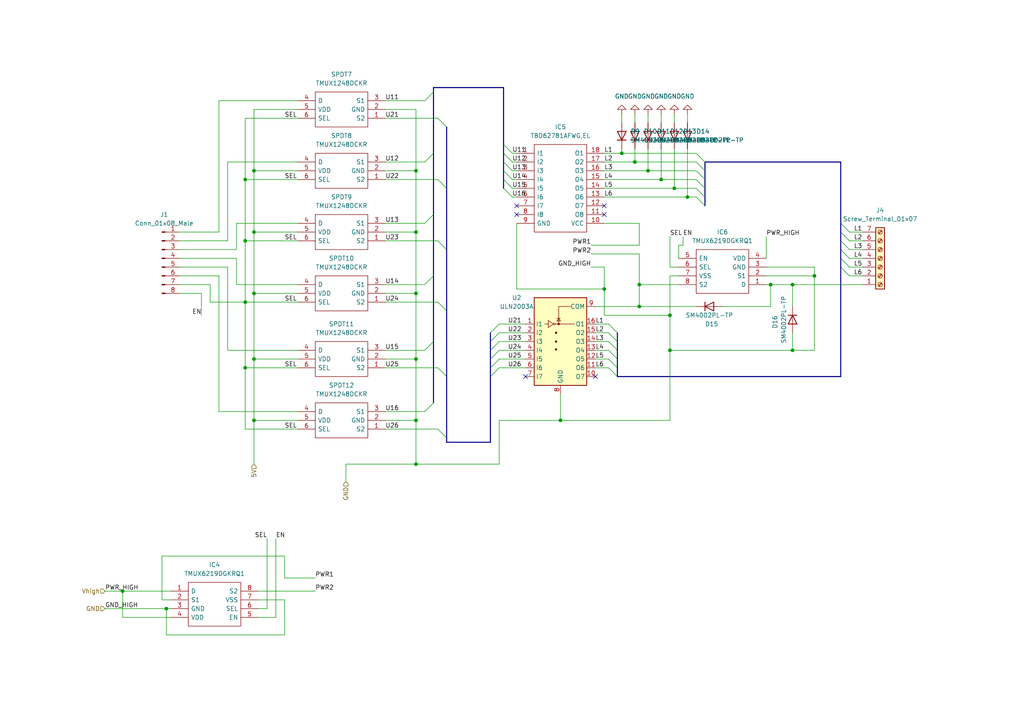
<source format=kicad_sch>
(kicad_sch (version 20211123) (generator eeschema)

  (uuid f0c8571b-1d56-490b-b6b4-5bab7e7eb91b)

  (paper "A4")

  (title_block
    (title "Switch Control")
    (rev "1.1")
  )

  (lib_symbols
    (symbol "Connector:Conn_01x08_Male" (pin_names (offset 1.016) hide) (in_bom yes) (on_board yes)
      (property "Reference" "J" (id 0) (at 0 10.16 0)
        (effects (font (size 1.27 1.27)))
      )
      (property "Value" "Conn_01x08_Male" (id 1) (at 0 -12.7 0)
        (effects (font (size 1.27 1.27)))
      )
      (property "Footprint" "" (id 2) (at 0 0 0)
        (effects (font (size 1.27 1.27)) hide)
      )
      (property "Datasheet" "~" (id 3) (at 0 0 0)
        (effects (font (size 1.27 1.27)) hide)
      )
      (property "ki_keywords" "connector" (id 4) (at 0 0 0)
        (effects (font (size 1.27 1.27)) hide)
      )
      (property "ki_description" "Generic connector, single row, 01x08, script generated (kicad-library-utils/schlib/autogen/connector/)" (id 5) (at 0 0 0)
        (effects (font (size 1.27 1.27)) hide)
      )
      (property "ki_fp_filters" "Connector*:*_1x??_*" (id 6) (at 0 0 0)
        (effects (font (size 1.27 1.27)) hide)
      )
      (symbol "Conn_01x08_Male_1_1"
        (polyline
          (pts
            (xy 1.27 -10.16)
            (xy 0.8636 -10.16)
          )
          (stroke (width 0.1524) (type default) (color 0 0 0 0))
          (fill (type none))
        )
        (polyline
          (pts
            (xy 1.27 -7.62)
            (xy 0.8636 -7.62)
          )
          (stroke (width 0.1524) (type default) (color 0 0 0 0))
          (fill (type none))
        )
        (polyline
          (pts
            (xy 1.27 -5.08)
            (xy 0.8636 -5.08)
          )
          (stroke (width 0.1524) (type default) (color 0 0 0 0))
          (fill (type none))
        )
        (polyline
          (pts
            (xy 1.27 -2.54)
            (xy 0.8636 -2.54)
          )
          (stroke (width 0.1524) (type default) (color 0 0 0 0))
          (fill (type none))
        )
        (polyline
          (pts
            (xy 1.27 0)
            (xy 0.8636 0)
          )
          (stroke (width 0.1524) (type default) (color 0 0 0 0))
          (fill (type none))
        )
        (polyline
          (pts
            (xy 1.27 2.54)
            (xy 0.8636 2.54)
          )
          (stroke (width 0.1524) (type default) (color 0 0 0 0))
          (fill (type none))
        )
        (polyline
          (pts
            (xy 1.27 5.08)
            (xy 0.8636 5.08)
          )
          (stroke (width 0.1524) (type default) (color 0 0 0 0))
          (fill (type none))
        )
        (polyline
          (pts
            (xy 1.27 7.62)
            (xy 0.8636 7.62)
          )
          (stroke (width 0.1524) (type default) (color 0 0 0 0))
          (fill (type none))
        )
        (rectangle (start 0.8636 -10.033) (end 0 -10.287)
          (stroke (width 0.1524) (type default) (color 0 0 0 0))
          (fill (type outline))
        )
        (rectangle (start 0.8636 -7.493) (end 0 -7.747)
          (stroke (width 0.1524) (type default) (color 0 0 0 0))
          (fill (type outline))
        )
        (rectangle (start 0.8636 -4.953) (end 0 -5.207)
          (stroke (width 0.1524) (type default) (color 0 0 0 0))
          (fill (type outline))
        )
        (rectangle (start 0.8636 -2.413) (end 0 -2.667)
          (stroke (width 0.1524) (type default) (color 0 0 0 0))
          (fill (type outline))
        )
        (rectangle (start 0.8636 0.127) (end 0 -0.127)
          (stroke (width 0.1524) (type default) (color 0 0 0 0))
          (fill (type outline))
        )
        (rectangle (start 0.8636 2.667) (end 0 2.413)
          (stroke (width 0.1524) (type default) (color 0 0 0 0))
          (fill (type outline))
        )
        (rectangle (start 0.8636 5.207) (end 0 4.953)
          (stroke (width 0.1524) (type default) (color 0 0 0 0))
          (fill (type outline))
        )
        (rectangle (start 0.8636 7.747) (end 0 7.493)
          (stroke (width 0.1524) (type default) (color 0 0 0 0))
          (fill (type outline))
        )
        (pin passive line (at 5.08 7.62 180) (length 3.81)
          (name "Pin_1" (effects (font (size 1.27 1.27))))
          (number "1" (effects (font (size 1.27 1.27))))
        )
        (pin passive line (at 5.08 5.08 180) (length 3.81)
          (name "Pin_2" (effects (font (size 1.27 1.27))))
          (number "2" (effects (font (size 1.27 1.27))))
        )
        (pin passive line (at 5.08 2.54 180) (length 3.81)
          (name "Pin_3" (effects (font (size 1.27 1.27))))
          (number "3" (effects (font (size 1.27 1.27))))
        )
        (pin passive line (at 5.08 0 180) (length 3.81)
          (name "Pin_4" (effects (font (size 1.27 1.27))))
          (number "4" (effects (font (size 1.27 1.27))))
        )
        (pin passive line (at 5.08 -2.54 180) (length 3.81)
          (name "Pin_5" (effects (font (size 1.27 1.27))))
          (number "5" (effects (font (size 1.27 1.27))))
        )
        (pin passive line (at 5.08 -5.08 180) (length 3.81)
          (name "Pin_6" (effects (font (size 1.27 1.27))))
          (number "6" (effects (font (size 1.27 1.27))))
        )
        (pin passive line (at 5.08 -7.62 180) (length 3.81)
          (name "Pin_7" (effects (font (size 1.27 1.27))))
          (number "7" (effects (font (size 1.27 1.27))))
        )
        (pin passive line (at 5.08 -10.16 180) (length 3.81)
          (name "Pin_8" (effects (font (size 1.27 1.27))))
          (number "8" (effects (font (size 1.27 1.27))))
        )
      )
    )
    (symbol "Connector:Screw_Terminal_01x07" (pin_names (offset 1.016) hide) (in_bom yes) (on_board yes)
      (property "Reference" "J" (id 0) (at 0 10.16 0)
        (effects (font (size 1.27 1.27)))
      )
      (property "Value" "Screw_Terminal_01x07" (id 1) (at 0 -10.16 0)
        (effects (font (size 1.27 1.27)))
      )
      (property "Footprint" "" (id 2) (at 0 0 0)
        (effects (font (size 1.27 1.27)) hide)
      )
      (property "Datasheet" "~" (id 3) (at 0 0 0)
        (effects (font (size 1.27 1.27)) hide)
      )
      (property "ki_keywords" "screw terminal" (id 4) (at 0 0 0)
        (effects (font (size 1.27 1.27)) hide)
      )
      (property "ki_description" "Generic screw terminal, single row, 01x07, script generated (kicad-library-utils/schlib/autogen/connector/)" (id 5) (at 0 0 0)
        (effects (font (size 1.27 1.27)) hide)
      )
      (property "ki_fp_filters" "TerminalBlock*:*" (id 6) (at 0 0 0)
        (effects (font (size 1.27 1.27)) hide)
      )
      (symbol "Screw_Terminal_01x07_1_1"
        (rectangle (start -1.27 8.89) (end 1.27 -8.89)
          (stroke (width 0.254) (type default) (color 0 0 0 0))
          (fill (type background))
        )
        (circle (center 0 -7.62) (radius 0.635)
          (stroke (width 0.1524) (type default) (color 0 0 0 0))
          (fill (type none))
        )
        (circle (center 0 -5.08) (radius 0.635)
          (stroke (width 0.1524) (type default) (color 0 0 0 0))
          (fill (type none))
        )
        (circle (center 0 -2.54) (radius 0.635)
          (stroke (width 0.1524) (type default) (color 0 0 0 0))
          (fill (type none))
        )
        (polyline
          (pts
            (xy -0.5334 -7.2898)
            (xy 0.3302 -8.128)
          )
          (stroke (width 0.1524) (type default) (color 0 0 0 0))
          (fill (type none))
        )
        (polyline
          (pts
            (xy -0.5334 -4.7498)
            (xy 0.3302 -5.588)
          )
          (stroke (width 0.1524) (type default) (color 0 0 0 0))
          (fill (type none))
        )
        (polyline
          (pts
            (xy -0.5334 -2.2098)
            (xy 0.3302 -3.048)
          )
          (stroke (width 0.1524) (type default) (color 0 0 0 0))
          (fill (type none))
        )
        (polyline
          (pts
            (xy -0.5334 0.3302)
            (xy 0.3302 -0.508)
          )
          (stroke (width 0.1524) (type default) (color 0 0 0 0))
          (fill (type none))
        )
        (polyline
          (pts
            (xy -0.5334 2.8702)
            (xy 0.3302 2.032)
          )
          (stroke (width 0.1524) (type default) (color 0 0 0 0))
          (fill (type none))
        )
        (polyline
          (pts
            (xy -0.5334 5.4102)
            (xy 0.3302 4.572)
          )
          (stroke (width 0.1524) (type default) (color 0 0 0 0))
          (fill (type none))
        )
        (polyline
          (pts
            (xy -0.5334 7.9502)
            (xy 0.3302 7.112)
          )
          (stroke (width 0.1524) (type default) (color 0 0 0 0))
          (fill (type none))
        )
        (polyline
          (pts
            (xy -0.3556 -7.112)
            (xy 0.508 -7.9502)
          )
          (stroke (width 0.1524) (type default) (color 0 0 0 0))
          (fill (type none))
        )
        (polyline
          (pts
            (xy -0.3556 -4.572)
            (xy 0.508 -5.4102)
          )
          (stroke (width 0.1524) (type default) (color 0 0 0 0))
          (fill (type none))
        )
        (polyline
          (pts
            (xy -0.3556 -2.032)
            (xy 0.508 -2.8702)
          )
          (stroke (width 0.1524) (type default) (color 0 0 0 0))
          (fill (type none))
        )
        (polyline
          (pts
            (xy -0.3556 0.508)
            (xy 0.508 -0.3302)
          )
          (stroke (width 0.1524) (type default) (color 0 0 0 0))
          (fill (type none))
        )
        (polyline
          (pts
            (xy -0.3556 3.048)
            (xy 0.508 2.2098)
          )
          (stroke (width 0.1524) (type default) (color 0 0 0 0))
          (fill (type none))
        )
        (polyline
          (pts
            (xy -0.3556 5.588)
            (xy 0.508 4.7498)
          )
          (stroke (width 0.1524) (type default) (color 0 0 0 0))
          (fill (type none))
        )
        (polyline
          (pts
            (xy -0.3556 8.128)
            (xy 0.508 7.2898)
          )
          (stroke (width 0.1524) (type default) (color 0 0 0 0))
          (fill (type none))
        )
        (circle (center 0 0) (radius 0.635)
          (stroke (width 0.1524) (type default) (color 0 0 0 0))
          (fill (type none))
        )
        (circle (center 0 2.54) (radius 0.635)
          (stroke (width 0.1524) (type default) (color 0 0 0 0))
          (fill (type none))
        )
        (circle (center 0 5.08) (radius 0.635)
          (stroke (width 0.1524) (type default) (color 0 0 0 0))
          (fill (type none))
        )
        (circle (center 0 7.62) (radius 0.635)
          (stroke (width 0.1524) (type default) (color 0 0 0 0))
          (fill (type none))
        )
        (pin passive line (at -5.08 7.62 0) (length 3.81)
          (name "Pin_1" (effects (font (size 1.27 1.27))))
          (number "1" (effects (font (size 1.27 1.27))))
        )
        (pin passive line (at -5.08 5.08 0) (length 3.81)
          (name "Pin_2" (effects (font (size 1.27 1.27))))
          (number "2" (effects (font (size 1.27 1.27))))
        )
        (pin passive line (at -5.08 2.54 0) (length 3.81)
          (name "Pin_3" (effects (font (size 1.27 1.27))))
          (number "3" (effects (font (size 1.27 1.27))))
        )
        (pin passive line (at -5.08 0 0) (length 3.81)
          (name "Pin_4" (effects (font (size 1.27 1.27))))
          (number "4" (effects (font (size 1.27 1.27))))
        )
        (pin passive line (at -5.08 -2.54 0) (length 3.81)
          (name "Pin_5" (effects (font (size 1.27 1.27))))
          (number "5" (effects (font (size 1.27 1.27))))
        )
        (pin passive line (at -5.08 -5.08 0) (length 3.81)
          (name "Pin_6" (effects (font (size 1.27 1.27))))
          (number "6" (effects (font (size 1.27 1.27))))
        )
        (pin passive line (at -5.08 -7.62 0) (length 3.81)
          (name "Pin_7" (effects (font (size 1.27 1.27))))
          (number "7" (effects (font (size 1.27 1.27))))
        )
      )
    )
    (symbol "Diode:1N4002" (pin_numbers hide) (pin_names (offset 1.016) hide) (in_bom yes) (on_board yes)
      (property "Reference" "D" (id 0) (at 0 2.54 0)
        (effects (font (size 1.27 1.27)))
      )
      (property "Value" "1N4002" (id 1) (at 0 -2.54 0)
        (effects (font (size 1.27 1.27)))
      )
      (property "Footprint" "Diode_THT:D_DO-41_SOD81_P10.16mm_Horizontal" (id 2) (at 0 -4.445 0)
        (effects (font (size 1.27 1.27)) hide)
      )
      (property "Datasheet" "http://www.vishay.com/docs/88503/1n4001.pdf" (id 3) (at 0 0 0)
        (effects (font (size 1.27 1.27)) hide)
      )
      (property "ki_keywords" "diode" (id 4) (at 0 0 0)
        (effects (font (size 1.27 1.27)) hide)
      )
      (property "ki_description" "100V 1A General Purpose Rectifier Diode, DO-41" (id 5) (at 0 0 0)
        (effects (font (size 1.27 1.27)) hide)
      )
      (property "ki_fp_filters" "D*DO?41*" (id 6) (at 0 0 0)
        (effects (font (size 1.27 1.27)) hide)
      )
      (symbol "1N4002_0_1"
        (polyline
          (pts
            (xy -1.27 1.27)
            (xy -1.27 -1.27)
          )
          (stroke (width 0.254) (type default) (color 0 0 0 0))
          (fill (type none))
        )
        (polyline
          (pts
            (xy 1.27 0)
            (xy -1.27 0)
          )
          (stroke (width 0) (type default) (color 0 0 0 0))
          (fill (type none))
        )
        (polyline
          (pts
            (xy 1.27 1.27)
            (xy 1.27 -1.27)
            (xy -1.27 0)
            (xy 1.27 1.27)
          )
          (stroke (width 0.254) (type default) (color 0 0 0 0))
          (fill (type none))
        )
      )
      (symbol "1N4002_1_1"
        (pin passive line (at -3.81 0 0) (length 2.54)
          (name "K" (effects (font (size 1.27 1.27))))
          (number "1" (effects (font (size 1.27 1.27))))
        )
        (pin passive line (at 3.81 0 180) (length 2.54)
          (name "A" (effects (font (size 1.27 1.27))))
          (number "2" (effects (font (size 1.27 1.27))))
        )
      )
    )
    (symbol "SamacSys_Parts:TBD62781AFWG,EL" (pin_names (offset 0.762)) (in_bom yes) (on_board yes)
      (property "Reference" "IC" (id 0) (at 21.59 7.62 0)
        (effects (font (size 1.27 1.27)) (justify left))
      )
      (property "Value" "TBD62781AFWG,EL" (id 1) (at 21.59 5.08 0)
        (effects (font (size 1.27 1.27)) (justify left))
      )
      (property "Footprint" "SOIC127P1032X285-18N" (id 2) (at 21.59 2.54 0)
        (effects (font (size 1.27 1.27)) (justify left) hide)
      )
      (property "Datasheet" "http://toshiba.semicon-storage.com/info/docget.jsp?did=58397&prodName=TBD62781AFWG" (id 3) (at 21.59 0 0)
        (effects (font (size 1.27 1.27)) (justify left) hide)
      )
      (property "Description" "Gate Drivers DMOS Transistor Array 8-CH 50V -0.5A" (id 4) (at 21.59 -2.54 0)
        (effects (font (size 1.27 1.27)) (justify left) hide)
      )
      (property "Height" "2.85" (id 5) (at 21.59 -5.08 0)
        (effects (font (size 1.27 1.27)) (justify left) hide)
      )
      (property "Mouser Part Number" "757-TBD62781AFWGEHZ" (id 6) (at 21.59 -7.62 0)
        (effects (font (size 1.27 1.27)) (justify left) hide)
      )
      (property "Mouser Price/Stock" "https://www.mouser.co.uk/ProductDetail/Toshiba/TBD62781AFWGEL?qs=%252BEew9%252B0nqrA3cGVVM7sCaQ%3D%3D" (id 7) (at 21.59 -10.16 0)
        (effects (font (size 1.27 1.27)) (justify left) hide)
      )
      (property "Manufacturer_Name" "Toshiba" (id 8) (at 21.59 -12.7 0)
        (effects (font (size 1.27 1.27)) (justify left) hide)
      )
      (property "Manufacturer_Part_Number" "TBD62781AFWG,EL" (id 9) (at 21.59 -15.24 0)
        (effects (font (size 1.27 1.27)) (justify left) hide)
      )
      (property "ki_description" "Gate Drivers DMOS Transistor Array 8-CH 50V -0.5A" (id 10) (at 0 0 0)
        (effects (font (size 1.27 1.27)) hide)
      )
      (symbol "TBD62781AFWG,EL_0_0"
        (pin passive line (at 0 0 0) (length 5.08)
          (name "I1" (effects (font (size 1.27 1.27))))
          (number "1" (effects (font (size 1.27 1.27))))
        )
        (pin passive line (at 25.4 -20.32 180) (length 5.08)
          (name "VCC" (effects (font (size 1.27 1.27))))
          (number "10" (effects (font (size 1.27 1.27))))
        )
        (pin passive line (at 25.4 -17.78 180) (length 5.08)
          (name "O8" (effects (font (size 1.27 1.27))))
          (number "11" (effects (font (size 1.27 1.27))))
        )
        (pin passive line (at 25.4 -15.24 180) (length 5.08)
          (name "O7" (effects (font (size 1.27 1.27))))
          (number "12" (effects (font (size 1.27 1.27))))
        )
        (pin passive line (at 25.4 -12.7 180) (length 5.08)
          (name "O6" (effects (font (size 1.27 1.27))))
          (number "13" (effects (font (size 1.27 1.27))))
        )
        (pin passive line (at 25.4 -10.16 180) (length 5.08)
          (name "O5" (effects (font (size 1.27 1.27))))
          (number "14" (effects (font (size 1.27 1.27))))
        )
        (pin passive line (at 25.4 -7.62 180) (length 5.08)
          (name "O4" (effects (font (size 1.27 1.27))))
          (number "15" (effects (font (size 1.27 1.27))))
        )
        (pin passive line (at 25.4 -5.08 180) (length 5.08)
          (name "O3" (effects (font (size 1.27 1.27))))
          (number "16" (effects (font (size 1.27 1.27))))
        )
        (pin passive line (at 25.4 -2.54 180) (length 5.08)
          (name "O2" (effects (font (size 1.27 1.27))))
          (number "17" (effects (font (size 1.27 1.27))))
        )
        (pin passive line (at 25.4 0 180) (length 5.08)
          (name "O1" (effects (font (size 1.27 1.27))))
          (number "18" (effects (font (size 1.27 1.27))))
        )
        (pin passive line (at 0 -2.54 0) (length 5.08)
          (name "I2" (effects (font (size 1.27 1.27))))
          (number "2" (effects (font (size 1.27 1.27))))
        )
        (pin passive line (at 0 -5.08 0) (length 5.08)
          (name "I3" (effects (font (size 1.27 1.27))))
          (number "3" (effects (font (size 1.27 1.27))))
        )
        (pin passive line (at 0 -7.62 0) (length 5.08)
          (name "I4" (effects (font (size 1.27 1.27))))
          (number "4" (effects (font (size 1.27 1.27))))
        )
        (pin passive line (at 0 -10.16 0) (length 5.08)
          (name "I5" (effects (font (size 1.27 1.27))))
          (number "5" (effects (font (size 1.27 1.27))))
        )
        (pin passive line (at 0 -12.7 0) (length 5.08)
          (name "I6" (effects (font (size 1.27 1.27))))
          (number "6" (effects (font (size 1.27 1.27))))
        )
        (pin passive line (at 0 -15.24 0) (length 5.08)
          (name "I7" (effects (font (size 1.27 1.27))))
          (number "7" (effects (font (size 1.27 1.27))))
        )
        (pin passive line (at 0 -17.78 0) (length 5.08)
          (name "I8" (effects (font (size 1.27 1.27))))
          (number "8" (effects (font (size 1.27 1.27))))
        )
        (pin passive line (at 0 -20.32 0) (length 5.08)
          (name "GND" (effects (font (size 1.27 1.27))))
          (number "9" (effects (font (size 1.27 1.27))))
        )
      )
      (symbol "TBD62781AFWG,EL_0_1"
        (polyline
          (pts
            (xy 5.08 2.54)
            (xy 20.32 2.54)
            (xy 20.32 -22.86)
            (xy 5.08 -22.86)
            (xy 5.08 2.54)
          )
          (stroke (width 0.1524) (type default) (color 0 0 0 0))
          (fill (type none))
        )
      )
    )
    (symbol "SamacSys_Parts:TMUX1248DCKR" (pin_names (offset 0.762)) (in_bom yes) (on_board yes)
      (property "Reference" "IC" (id 0) (at 21.59 7.62 0)
        (effects (font (size 1.27 1.27)) (justify left))
      )
      (property "Value" "TMUX1248DCKR" (id 1) (at 21.59 5.08 0)
        (effects (font (size 1.27 1.27)) (justify left))
      )
      (property "Footprint" "SOT65P210X110-6N" (id 2) (at 21.59 2.54 0)
        (effects (font (size 1.27 1.27)) (justify left) hide)
      )
      (property "Datasheet" "https://www.ti.com/lit/ds/symlink/tmux1248.pdf?ts=1625574169621&ref_url=https%253A%252F%252Fwww.ti.com%252Fproduct%252FTMUX1248%253Fjktype%253Dhomepageproduct" (id 3) (at 21.59 0 0)
        (effects (font (size 1.27 1.27)) (justify left) hide)
      )
      (property "Description" "Analogue Switch ICs 3-? low RON, 5-V, 2:1 (SPDT) general purpose switch with 3157 pinout" (id 4) (at 21.59 -2.54 0)
        (effects (font (size 1.27 1.27)) (justify left) hide)
      )
      (property "Height" "1.1" (id 5) (at 21.59 -5.08 0)
        (effects (font (size 1.27 1.27)) (justify left) hide)
      )
      (property "Mouser Part Number" "" (id 6) (at 21.59 -7.62 0)
        (effects (font (size 1.27 1.27)) (justify left) hide)
      )
      (property "Mouser Price/Stock" "" (id 7) (at 21.59 -10.16 0)
        (effects (font (size 1.27 1.27)) (justify left) hide)
      )
      (property "Manufacturer_Name" "Texas Instruments" (id 8) (at 21.59 -12.7 0)
        (effects (font (size 1.27 1.27)) (justify left) hide)
      )
      (property "Manufacturer_Part_Number" "TMUX1248DCKR" (id 9) (at 21.59 -15.24 0)
        (effects (font (size 1.27 1.27)) (justify left) hide)
      )
      (property "ki_description" "Analogue Switch ICs 3-? low RON, 5-V, 2:1 (SPDT) general purpose switch with 3157 pinout" (id 10) (at 0 0 0)
        (effects (font (size 1.27 1.27)) hide)
      )
      (symbol "TMUX1248DCKR_0_0"
        (pin passive line (at 0 0 0) (length 5.08)
          (name "S2" (effects (font (size 1.27 1.27))))
          (number "1" (effects (font (size 1.27 1.27))))
        )
        (pin passive line (at 0 -2.54 0) (length 5.08)
          (name "GND" (effects (font (size 1.27 1.27))))
          (number "2" (effects (font (size 1.27 1.27))))
        )
        (pin passive line (at 0 -5.08 0) (length 5.08)
          (name "S1" (effects (font (size 1.27 1.27))))
          (number "3" (effects (font (size 1.27 1.27))))
        )
        (pin passive line (at 25.4 -5.08 180) (length 5.08)
          (name "D" (effects (font (size 1.27 1.27))))
          (number "4" (effects (font (size 1.27 1.27))))
        )
        (pin passive line (at 25.4 -2.54 180) (length 5.08)
          (name "VDD" (effects (font (size 1.27 1.27))))
          (number "5" (effects (font (size 1.27 1.27))))
        )
        (pin passive line (at 25.4 0 180) (length 5.08)
          (name "SEL" (effects (font (size 1.27 1.27))))
          (number "6" (effects (font (size 1.27 1.27))))
        )
      )
      (symbol "TMUX1248DCKR_0_1"
        (polyline
          (pts
            (xy 5.08 2.54)
            (xy 20.32 2.54)
            (xy 20.32 -7.62)
            (xy 5.08 -7.62)
            (xy 5.08 2.54)
          )
          (stroke (width 0.1524) (type default) (color 0 0 0 0))
          (fill (type none))
        )
      )
    )
    (symbol "SamacSys_Parts:TMUX6219DGKRQ1" (pin_names (offset 0.762)) (in_bom yes) (on_board yes)
      (property "Reference" "IC" (id 0) (at 21.59 7.62 0)
        (effects (font (size 1.27 1.27)) (justify left))
      )
      (property "Value" "TMUX6219DGKRQ1" (id 1) (at 21.59 5.08 0)
        (effects (font (size 1.27 1.27)) (justify left))
      )
      (property "Footprint" "SOP65P490X110-8N" (id 2) (at 21.59 2.54 0)
        (effects (font (size 1.27 1.27)) (justify left) hide)
      )
      (property "Datasheet" "https://www.ti.com/lit/gpn/tmux6219-q1" (id 3) (at 21.59 0 0)
        (effects (font (size 1.27 1.27)) (justify left) hide)
      )
      (property "Description" "Automotive 36-V, low Ron, 2:1 (SPDT) switch with 1.8-V logic" (id 4) (at 21.59 -2.54 0)
        (effects (font (size 1.27 1.27)) (justify left) hide)
      )
      (property "Height" "1.1" (id 5) (at 21.59 -5.08 0)
        (effects (font (size 1.27 1.27)) (justify left) hide)
      )
      (property "Mouser Part Number" "595-TMUX6219DGKRQ1" (id 6) (at 21.59 -7.62 0)
        (effects (font (size 1.27 1.27)) (justify left) hide)
      )
      (property "Mouser Price/Stock" "https://www.mouser.co.uk/ProductDetail/Texas-Instruments/TMUX6219DGKRQ1?qs=QNEnbhJQKvaBazvZTwyhXA%3D%3D" (id 7) (at 21.59 -10.16 0)
        (effects (font (size 1.27 1.27)) (justify left) hide)
      )
      (property "Manufacturer_Name" "Texas Instruments" (id 8) (at 21.59 -12.7 0)
        (effects (font (size 1.27 1.27)) (justify left) hide)
      )
      (property "Manufacturer_Part_Number" "TMUX6219DGKRQ1" (id 9) (at 21.59 -15.24 0)
        (effects (font (size 1.27 1.27)) (justify left) hide)
      )
      (property "ki_description" "Automotive 36-V, low Ron, 2:1 (SPDT) switch with 1.8-V logic" (id 10) (at 0 0 0)
        (effects (font (size 1.27 1.27)) hide)
      )
      (symbol "TMUX6219DGKRQ1_0_0"
        (pin passive line (at 0 0 0) (length 5.08)
          (name "D" (effects (font (size 1.27 1.27))))
          (number "1" (effects (font (size 1.27 1.27))))
        )
        (pin passive line (at 0 -2.54 0) (length 5.08)
          (name "S1" (effects (font (size 1.27 1.27))))
          (number "2" (effects (font (size 1.27 1.27))))
        )
        (pin passive line (at 0 -5.08 0) (length 5.08)
          (name "GND" (effects (font (size 1.27 1.27))))
          (number "3" (effects (font (size 1.27 1.27))))
        )
        (pin passive line (at 0 -7.62 0) (length 5.08)
          (name "VDD" (effects (font (size 1.27 1.27))))
          (number "4" (effects (font (size 1.27 1.27))))
        )
        (pin passive line (at 25.4 -7.62 180) (length 5.08)
          (name "EN" (effects (font (size 1.27 1.27))))
          (number "5" (effects (font (size 1.27 1.27))))
        )
        (pin passive line (at 25.4 -5.08 180) (length 5.08)
          (name "SEL" (effects (font (size 1.27 1.27))))
          (number "6" (effects (font (size 1.27 1.27))))
        )
        (pin passive line (at 25.4 -2.54 180) (length 5.08)
          (name "VSS" (effects (font (size 1.27 1.27))))
          (number "7" (effects (font (size 1.27 1.27))))
        )
        (pin passive line (at 25.4 0 180) (length 5.08)
          (name "S2" (effects (font (size 1.27 1.27))))
          (number "8" (effects (font (size 1.27 1.27))))
        )
      )
      (symbol "TMUX6219DGKRQ1_0_1"
        (polyline
          (pts
            (xy 5.08 2.54)
            (xy 20.32 2.54)
            (xy 20.32 -10.16)
            (xy 5.08 -10.16)
            (xy 5.08 2.54)
          )
          (stroke (width 0.1524) (type default) (color 0 0 0 0))
          (fill (type none))
        )
      )
    )
    (symbol "Transistor_Array:ULN2003A" (in_bom yes) (on_board yes)
      (property "Reference" "U" (id 0) (at 0 15.875 0)
        (effects (font (size 1.27 1.27)))
      )
      (property "Value" "ULN2003A" (id 1) (at 0 13.97 0)
        (effects (font (size 1.27 1.27)))
      )
      (property "Footprint" "" (id 2) (at 1.27 -13.97 0)
        (effects (font (size 1.27 1.27)) (justify left) hide)
      )
      (property "Datasheet" "http://www.ti.com/lit/ds/symlink/uln2003a.pdf" (id 3) (at 2.54 -5.08 0)
        (effects (font (size 1.27 1.27)) hide)
      )
      (property "ki_keywords" "darlington transistor array" (id 4) (at 0 0 0)
        (effects (font (size 1.27 1.27)) hide)
      )
      (property "ki_description" "High Voltage, High Current Darlington Transistor Arrays, SOIC16/SOIC16W/DIP16/TSSOP16" (id 5) (at 0 0 0)
        (effects (font (size 1.27 1.27)) hide)
      )
      (property "ki_fp_filters" "DIP*W7.62mm* SOIC*3.9x9.9mm*P1.27mm* SSOP*4.4x5.2mm*P0.65mm* TSSOP*4.4x5mm*P0.65mm* SOIC*W*5.3x10.2mm*P1.27mm*" (id 6) (at 0 0 0)
        (effects (font (size 1.27 1.27)) hide)
      )
      (symbol "ULN2003A_0_1"
        (rectangle (start -7.62 -12.7) (end 7.62 12.7)
          (stroke (width 0.254) (type default) (color 0 0 0 0))
          (fill (type background))
        )
        (circle (center -1.778 5.08) (radius 0.254)
          (stroke (width 0) (type default) (color 0 0 0 0))
          (fill (type none))
        )
        (circle (center -1.27 -2.286) (radius 0.254)
          (stroke (width 0) (type default) (color 0 0 0 0))
          (fill (type outline))
        )
        (circle (center -1.27 0) (radius 0.254)
          (stroke (width 0) (type default) (color 0 0 0 0))
          (fill (type outline))
        )
        (circle (center -1.27 2.54) (radius 0.254)
          (stroke (width 0) (type default) (color 0 0 0 0))
          (fill (type outline))
        )
        (circle (center -0.508 5.08) (radius 0.254)
          (stroke (width 0) (type default) (color 0 0 0 0))
          (fill (type outline))
        )
        (polyline
          (pts
            (xy -4.572 5.08)
            (xy -3.556 5.08)
          )
          (stroke (width 0) (type default) (color 0 0 0 0))
          (fill (type none))
        )
        (polyline
          (pts
            (xy -1.524 5.08)
            (xy 4.064 5.08)
          )
          (stroke (width 0) (type default) (color 0 0 0 0))
          (fill (type none))
        )
        (polyline
          (pts
            (xy 0 6.731)
            (xy -1.016 6.731)
          )
          (stroke (width 0) (type default) (color 0 0 0 0))
          (fill (type none))
        )
        (polyline
          (pts
            (xy -0.508 5.08)
            (xy -0.508 10.16)
            (xy 2.921 10.16)
          )
          (stroke (width 0) (type default) (color 0 0 0 0))
          (fill (type none))
        )
        (polyline
          (pts
            (xy -3.556 6.096)
            (xy -3.556 4.064)
            (xy -2.032 5.08)
            (xy -3.556 6.096)
          )
          (stroke (width 0) (type default) (color 0 0 0 0))
          (fill (type none))
        )
        (polyline
          (pts
            (xy 0 5.969)
            (xy -1.016 5.969)
            (xy -0.508 6.731)
            (xy 0 5.969)
          )
          (stroke (width 0) (type default) (color 0 0 0 0))
          (fill (type none))
        )
      )
      (symbol "ULN2003A_1_1"
        (pin input line (at -10.16 5.08 0) (length 2.54)
          (name "I1" (effects (font (size 1.27 1.27))))
          (number "1" (effects (font (size 1.27 1.27))))
        )
        (pin open_collector line (at 10.16 -10.16 180) (length 2.54)
          (name "O7" (effects (font (size 1.27 1.27))))
          (number "10" (effects (font (size 1.27 1.27))))
        )
        (pin open_collector line (at 10.16 -7.62 180) (length 2.54)
          (name "O6" (effects (font (size 1.27 1.27))))
          (number "11" (effects (font (size 1.27 1.27))))
        )
        (pin open_collector line (at 10.16 -5.08 180) (length 2.54)
          (name "O5" (effects (font (size 1.27 1.27))))
          (number "12" (effects (font (size 1.27 1.27))))
        )
        (pin open_collector line (at 10.16 -2.54 180) (length 2.54)
          (name "O4" (effects (font (size 1.27 1.27))))
          (number "13" (effects (font (size 1.27 1.27))))
        )
        (pin open_collector line (at 10.16 0 180) (length 2.54)
          (name "O3" (effects (font (size 1.27 1.27))))
          (number "14" (effects (font (size 1.27 1.27))))
        )
        (pin open_collector line (at 10.16 2.54 180) (length 2.54)
          (name "O2" (effects (font (size 1.27 1.27))))
          (number "15" (effects (font (size 1.27 1.27))))
        )
        (pin open_collector line (at 10.16 5.08 180) (length 2.54)
          (name "O1" (effects (font (size 1.27 1.27))))
          (number "16" (effects (font (size 1.27 1.27))))
        )
        (pin input line (at -10.16 2.54 0) (length 2.54)
          (name "I2" (effects (font (size 1.27 1.27))))
          (number "2" (effects (font (size 1.27 1.27))))
        )
        (pin input line (at -10.16 0 0) (length 2.54)
          (name "I3" (effects (font (size 1.27 1.27))))
          (number "3" (effects (font (size 1.27 1.27))))
        )
        (pin input line (at -10.16 -2.54 0) (length 2.54)
          (name "I4" (effects (font (size 1.27 1.27))))
          (number "4" (effects (font (size 1.27 1.27))))
        )
        (pin input line (at -10.16 -5.08 0) (length 2.54)
          (name "I5" (effects (font (size 1.27 1.27))))
          (number "5" (effects (font (size 1.27 1.27))))
        )
        (pin input line (at -10.16 -7.62 0) (length 2.54)
          (name "I6" (effects (font (size 1.27 1.27))))
          (number "6" (effects (font (size 1.27 1.27))))
        )
        (pin input line (at -10.16 -10.16 0) (length 2.54)
          (name "I7" (effects (font (size 1.27 1.27))))
          (number "7" (effects (font (size 1.27 1.27))))
        )
        (pin power_in line (at 0 -15.24 90) (length 2.54)
          (name "GND" (effects (font (size 1.27 1.27))))
          (number "8" (effects (font (size 1.27 1.27))))
        )
        (pin passive line (at 10.16 10.16 180) (length 2.54)
          (name "COM" (effects (font (size 1.27 1.27))))
          (number "9" (effects (font (size 1.27 1.27))))
        )
      )
    )
    (symbol "power:GND" (power) (pin_names (offset 0)) (in_bom yes) (on_board yes)
      (property "Reference" "#PWR" (id 0) (at 0 -6.35 0)
        (effects (font (size 1.27 1.27)) hide)
      )
      (property "Value" "GND" (id 1) (at 0 -3.81 0)
        (effects (font (size 1.27 1.27)))
      )
      (property "Footprint" "" (id 2) (at 0 0 0)
        (effects (font (size 1.27 1.27)) hide)
      )
      (property "Datasheet" "" (id 3) (at 0 0 0)
        (effects (font (size 1.27 1.27)) hide)
      )
      (property "ki_keywords" "power-flag" (id 4) (at 0 0 0)
        (effects (font (size 1.27 1.27)) hide)
      )
      (property "ki_description" "Power symbol creates a global label with name \"GND\" , ground" (id 5) (at 0 0 0)
        (effects (font (size 1.27 1.27)) hide)
      )
      (symbol "GND_0_1"
        (polyline
          (pts
            (xy 0 0)
            (xy 0 -1.27)
            (xy 1.27 -1.27)
            (xy 0 -2.54)
            (xy -1.27 -1.27)
            (xy 0 -1.27)
          )
          (stroke (width 0) (type default) (color 0 0 0 0))
          (fill (type none))
        )
      )
      (symbol "GND_1_1"
        (pin power_in line (at 0 0 270) (length 0) hide
          (name "GND" (effects (font (size 1.27 1.27))))
          (number "1" (effects (font (size 1.27 1.27))))
        )
      )
    )
  )

  (junction (at 120.65 104.14) (diameter 0) (color 0 0 0 0)
    (uuid 02d675d1-3fd0-416f-8280-4c27de903a7a)
  )
  (junction (at 120.65 121.92) (diameter 0) (color 0 0 0 0)
    (uuid 04973af9-0dc2-44af-bc18-dc86af761e60)
  )
  (junction (at 185.42 82.55) (diameter 0) (color 0 0 0 0)
    (uuid 0737db2d-1931-4d2c-be80-d91b0a8ced01)
  )
  (junction (at 73.66 49.53) (diameter 0) (color 0 0 0 0)
    (uuid 117ddcc1-27aa-4b72-97c4-08ce3d315bc0)
  )
  (junction (at 73.66 67.31) (diameter 0) (color 0 0 0 0)
    (uuid 29f09af1-200a-46bb-84d0-ba78e676ee0d)
  )
  (junction (at 71.12 69.85) (diameter 0) (color 0 0 0 0)
    (uuid 2b96741c-22e6-4b84-88b8-d0d1259a0cbf)
  )
  (junction (at 71.12 52.07) (diameter 0) (color 0 0 0 0)
    (uuid 2f8e799a-e7bc-44ee-8315-87fc352ab84b)
  )
  (junction (at 35.56 171.45) (diameter 0) (color 0 0 0 0)
    (uuid 320df070-475c-4388-90a5-447c42cbf9ed)
  )
  (junction (at 71.12 87.63) (diameter 0) (color 0 0 0 0)
    (uuid 42b42b6f-a367-4cf4-91a6-faa150a93d6e)
  )
  (junction (at 185.42 88.9) (diameter 0) (color 0 0 0 0)
    (uuid 45101867-811f-42df-b92d-ee0cd8f5a869)
  )
  (junction (at 184.15 46.99) (diameter 0) (color 0 0 0 0)
    (uuid 56c91d8c-2387-4f62-a072-76ad53e534d1)
  )
  (junction (at 199.39 57.15) (diameter 0) (color 0 0 0 0)
    (uuid 6a65c8ad-d84a-48e1-b177-ff12cde69097)
  )
  (junction (at 73.66 121.92) (diameter 0) (color 0 0 0 0)
    (uuid 70d180f4-6c3c-47db-9119-10824a5d4731)
  )
  (junction (at 187.96 49.53) (diameter 0) (color 0 0 0 0)
    (uuid 7147b974-4b88-46ee-8b08-da8e1225de62)
  )
  (junction (at 229.87 101.6) (diameter 0) (color 0 0 0 0)
    (uuid 739bb18c-58eb-4c35-84f4-84d3f22d35c3)
  )
  (junction (at 191.77 52.07) (diameter 0) (color 0 0 0 0)
    (uuid 8427e9f5-dc26-49cb-b356-1214e018fecf)
  )
  (junction (at 120.65 85.09) (diameter 0) (color 0 0 0 0)
    (uuid 86ecb728-839f-4e2a-9a56-1dbb6ee51025)
  )
  (junction (at 180.34 44.45) (diameter 0) (color 0 0 0 0)
    (uuid 8a454c5b-c77d-4f6a-9d36-e717b3063421)
  )
  (junction (at 71.12 106.68) (diameter 0) (color 0 0 0 0)
    (uuid 8ebfd8a6-46dd-4371-8ee4-ae0c49cb3d23)
  )
  (junction (at 120.65 49.53) (diameter 0) (color 0 0 0 0)
    (uuid 9bd5e203-9b5f-41a3-8d24-5648ff60f6b3)
  )
  (junction (at 48.26 176.53) (diameter 0) (color 0 0 0 0)
    (uuid b109bee5-3731-4d46-86ab-3e29456d8d9d)
  )
  (junction (at 194.31 101.6) (diameter 0) (color 0 0 0 0)
    (uuid b94b7deb-d531-4804-8200-6568eb53ce33)
  )
  (junction (at 194.31 91.44) (diameter 0) (color 0 0 0 0)
    (uuid c443d483-fbec-4570-9be6-7e1397b5a8b7)
  )
  (junction (at 229.87 82.55) (diameter 0) (color 0 0 0 0)
    (uuid c679f7e4-f11e-41a1-8d11-d53ca5cecf32)
  )
  (junction (at 120.65 134.62) (diameter 0) (color 0 0 0 0)
    (uuid cf88606b-9a19-4560-b004-d5abd75a527b)
  )
  (junction (at 120.65 67.31) (diameter 0) (color 0 0 0 0)
    (uuid d551ec15-18ec-45ca-b324-b535c5858972)
  )
  (junction (at 73.66 104.14) (diameter 0) (color 0 0 0 0)
    (uuid d822b271-099c-48bf-af44-e6e01a592616)
  )
  (junction (at 73.66 85.09) (diameter 0) (color 0 0 0 0)
    (uuid d942b8de-d5c0-442d-83e9-d961b5a26b90)
  )
  (junction (at 223.52 82.55) (diameter 0) (color 0 0 0 0)
    (uuid de5f0848-fc93-4a84-a91e-93fb541b6f0b)
  )
  (junction (at 162.56 121.92) (diameter 0) (color 0 0 0 0)
    (uuid ef0850e3-0808-48ba-b5df-801490ddb8e4)
  )
  (junction (at 195.58 54.61) (diameter 0) (color 0 0 0 0)
    (uuid f5bd669b-a60f-4c8d-b7ce-eec7ea941a78)
  )
  (junction (at 175.26 83.82) (diameter 0) (color 0 0 0 0)
    (uuid fc0ebad8-25b8-4a93-92a0-01855b155383)
  )
  (junction (at 236.22 80.01) (diameter 0) (color 0 0 0 0)
    (uuid fe25d5a7-567f-4c53-b374-a2f61ec0cd39)
  )

  (no_connect (at 172.72 109.22) (uuid 2e16bddd-3397-4e00-8578-cdcd6bc546bf))
  (no_connect (at 175.26 59.69) (uuid 49d5c23b-6c10-400d-ba22-d43284122ecf))
  (no_connect (at 175.26 62.23) (uuid 49d5c23b-6c10-400d-ba22-d43284122ed0))
  (no_connect (at 149.86 62.23) (uuid 49d5c23b-6c10-400d-ba22-d43284122ed1))
  (no_connect (at 149.86 59.69) (uuid 49d5c23b-6c10-400d-ba22-d43284122ed2))
  (no_connect (at 152.4 109.22) (uuid e693cfcb-68ad-4f49-8148-4138dbb7d1e2))

  (bus_entry (at 125.73 44.45) (size -2.54 2.54)
    (stroke (width 0) (type default) (color 0 0 0 0))
    (uuid 06eabc13-ed44-45c5-ada9-770e41bac682)
  )
  (bus_entry (at 243.84 64.77) (size 2.54 2.54)
    (stroke (width 0) (type default) (color 0 0 0 0))
    (uuid 0bf8acfa-0dfd-4b79-8618-429554f22958)
  )
  (bus_entry (at 125.73 80.01) (size -2.54 2.54)
    (stroke (width 0) (type default) (color 0 0 0 0))
    (uuid 0fb8d29d-6aeb-4abd-9086-d1c307d41d8f)
  )
  (bus_entry (at 142.24 101.6) (size 2.54 -2.54)
    (stroke (width 0) (type default) (color 0 0 0 0))
    (uuid 16283eb2-053a-4981-bc50-e951ac5dc174)
  )
  (bus_entry (at 142.24 104.14) (size 2.54 -2.54)
    (stroke (width 0) (type default) (color 0 0 0 0))
    (uuid 16f79ad0-40a4-42e5-8022-c802c55506fd)
  )
  (bus_entry (at 146.05 52.07) (size 2.54 2.54)
    (stroke (width 0) (type default) (color 0 0 0 0))
    (uuid 248d3267-849b-45a3-bdde-1a9c3abf7b44)
  )
  (bus_entry (at 142.24 96.52) (size 2.54 -2.54)
    (stroke (width 0) (type default) (color 0 0 0 0))
    (uuid 2d32aa0c-1b65-4eb8-a84c-4071d5aa8529)
  )
  (bus_entry (at 201.93 44.45) (size 2.54 2.54)
    (stroke (width 0) (type default) (color 0 0 0 0))
    (uuid 3373ec89-5207-4c75-ba10-7f69e4562fd7)
  )
  (bus_entry (at 146.05 54.61) (size 2.54 2.54)
    (stroke (width 0) (type default) (color 0 0 0 0))
    (uuid 45e4cc04-efad-431a-bcd9-4ad12c16619c)
  )
  (bus_entry (at 201.93 52.07) (size 2.54 2.54)
    (stroke (width 0) (type default) (color 0 0 0 0))
    (uuid 48280e18-66d3-418a-a5b0-8fdd9839b217)
  )
  (bus_entry (at 176.53 93.98) (size 2.54 2.54)
    (stroke (width 0) (type default) (color 0 0 0 0))
    (uuid 4d47d56c-dc99-40e8-8e6e-45469f1e9def)
  )
  (bus_entry (at 243.84 69.85) (size 2.54 2.54)
    (stroke (width 0) (type default) (color 0 0 0 0))
    (uuid 4d7633d0-25b1-4507-8e91-fcb5e2b4dd1c)
  )
  (bus_entry (at 142.24 109.22) (size 2.54 -2.54)
    (stroke (width 0) (type default) (color 0 0 0 0))
    (uuid 4ed2d453-acb4-428d-a37d-c083f9eaa436)
  )
  (bus_entry (at 201.93 46.99) (size 2.54 2.54)
    (stroke (width 0) (type default) (color 0 0 0 0))
    (uuid 556a7b42-06f0-4202-948d-e0b8157d5179)
  )
  (bus_entry (at 129.54 54.61) (size -2.54 -2.54)
    (stroke (width 0) (type default) (color 0 0 0 0))
    (uuid 5b5b5e95-ea99-4ba1-94f7-3fe23509367a)
  )
  (bus_entry (at 201.93 57.15) (size 2.54 2.54)
    (stroke (width 0) (type default) (color 0 0 0 0))
    (uuid 5dddb597-80f2-47b2-810b-2b5639ed13f3)
  )
  (bus_entry (at 125.73 99.06) (size -2.54 2.54)
    (stroke (width 0) (type default) (color 0 0 0 0))
    (uuid 6656990f-bf3f-4a22-8443-5481d9fbdf8c)
  )
  (bus_entry (at 201.93 49.53) (size 2.54 2.54)
    (stroke (width 0) (type default) (color 0 0 0 0))
    (uuid 693e7f2c-b676-4c03-9235-1c7948e0426a)
  )
  (bus_entry (at 129.54 36.83) (size -2.54 -2.54)
    (stroke (width 0) (type default) (color 0 0 0 0))
    (uuid 6cf7edf8-2f53-4ccc-9f5b-1aaf9b940a70)
  )
  (bus_entry (at 142.24 99.06) (size 2.54 -2.54)
    (stroke (width 0) (type default) (color 0 0 0 0))
    (uuid 6ef96515-ba7e-454b-be6d-12a359dbd0e5)
  )
  (bus_entry (at 146.05 49.53) (size 2.54 2.54)
    (stroke (width 0) (type default) (color 0 0 0 0))
    (uuid 72d1929b-9811-48a1-9e13-246321cd1ca9)
  )
  (bus_entry (at 176.53 104.14) (size 2.54 2.54)
    (stroke (width 0) (type default) (color 0 0 0 0))
    (uuid 74f4e47f-10fb-4993-9520-141c0355dfab)
  )
  (bus_entry (at 146.05 44.45) (size 2.54 2.54)
    (stroke (width 0) (type default) (color 0 0 0 0))
    (uuid 7c22d9b7-1a6a-4997-9339-77459c7cd353)
  )
  (bus_entry (at 176.53 99.06) (size 2.54 2.54)
    (stroke (width 0) (type default) (color 0 0 0 0))
    (uuid 7c307d60-b520-4371-9aae-2e4c0f287d92)
  )
  (bus_entry (at 176.53 101.6) (size 2.54 2.54)
    (stroke (width 0) (type default) (color 0 0 0 0))
    (uuid 7f123577-7317-4bdc-8021-f56156f0ae2f)
  )
  (bus_entry (at 201.93 54.61) (size 2.54 2.54)
    (stroke (width 0) (type default) (color 0 0 0 0))
    (uuid 834b0c93-0298-4416-9785-a625bceaa373)
  )
  (bus_entry (at 129.54 127) (size -2.54 -2.54)
    (stroke (width 0) (type default) (color 0 0 0 0))
    (uuid 94b05109-e7b3-4ff5-b04b-3e61c11c62f4)
  )
  (bus_entry (at 129.54 90.17) (size -2.54 -2.54)
    (stroke (width 0) (type default) (color 0 0 0 0))
    (uuid 9f6fdd97-1cd1-4105-979b-2914a05864da)
  )
  (bus_entry (at 142.24 106.68) (size 2.54 -2.54)
    (stroke (width 0) (type default) (color 0 0 0 0))
    (uuid a84576a4-af41-44c5-9a63-de8d09cf99d6)
  )
  (bus_entry (at 129.54 72.39) (size -2.54 -2.54)
    (stroke (width 0) (type default) (color 0 0 0 0))
    (uuid b6c26a60-810c-434f-bd6d-dd954cc8feb1)
  )
  (bus_entry (at 129.54 109.22) (size -2.54 -2.54)
    (stroke (width 0) (type default) (color 0 0 0 0))
    (uuid cc9d38a0-0a76-41db-8373-4892b509631e)
  )
  (bus_entry (at 243.84 67.31) (size 2.54 2.54)
    (stroke (width 0) (type default) (color 0 0 0 0))
    (uuid cdb0e3b4-9f62-4628-a6d0-9af9208ab715)
  )
  (bus_entry (at 176.53 96.52) (size 2.54 2.54)
    (stroke (width 0) (type default) (color 0 0 0 0))
    (uuid d21c6b5b-7f37-4d04-aea1-08fafa0d4a83)
  )
  (bus_entry (at 243.84 77.47) (size 2.54 2.54)
    (stroke (width 0) (type default) (color 0 0 0 0))
    (uuid d29a244f-1c4f-41ee-aa71-c77d9924fb99)
  )
  (bus_entry (at 176.53 106.68) (size 2.54 2.54)
    (stroke (width 0) (type default) (color 0 0 0 0))
    (uuid d8a07e80-3c95-41cb-99a8-7c95f57515cf)
  )
  (bus_entry (at 125.73 62.23) (size -2.54 2.54)
    (stroke (width 0) (type default) (color 0 0 0 0))
    (uuid de394e27-46c1-4af2-88cf-de89c002f831)
  )
  (bus_entry (at 125.73 26.67) (size -2.54 2.54)
    (stroke (width 0) (type default) (color 0 0 0 0))
    (uuid df72a0d5-4db5-4c65-a7ca-3ffca6cf4509)
  )
  (bus_entry (at 243.84 74.93) (size 2.54 2.54)
    (stroke (width 0) (type default) (color 0 0 0 0))
    (uuid e074d5f9-63b1-4f08-96d3-7392c34fb73f)
  )
  (bus_entry (at 243.84 72.39) (size 2.54 2.54)
    (stroke (width 0) (type default) (color 0 0 0 0))
    (uuid e313caaa-2db1-44c6-b05e-7dc49586757b)
  )
  (bus_entry (at 125.73 116.84) (size -2.54 2.54)
    (stroke (width 0) (type default) (color 0 0 0 0))
    (uuid e9925984-4a87-455b-9816-5024eb4e80c8)
  )
  (bus_entry (at 146.05 46.99) (size 2.54 2.54)
    (stroke (width 0) (type default) (color 0 0 0 0))
    (uuid f0113ceb-dee3-4d96-8b10-e364b4a29f24)
  )
  (bus_entry (at 146.05 41.91) (size 2.54 2.54)
    (stroke (width 0) (type default) (color 0 0 0 0))
    (uuid f223223a-0bec-4498-904e-ff8ef6a4417c)
  )

  (wire (pts (xy 71.12 87.63) (xy 71.12 106.68))
    (stroke (width 0) (type default) (color 0 0 0 0))
    (uuid 001e31a5-5c66-473d-ae5d-b2fdb3fb5769)
  )
  (wire (pts (xy 191.77 33.02) (xy 191.77 35.56))
    (stroke (width 0) (type default) (color 0 0 0 0))
    (uuid 03050d99-57b2-46b3-9e36-746fc42c259d)
  )
  (wire (pts (xy 71.12 52.07) (xy 71.12 34.29))
    (stroke (width 0) (type default) (color 0 0 0 0))
    (uuid 0508b3a6-a087-4b7e-95ef-40ed57867001)
  )
  (wire (pts (xy 184.15 43.18) (xy 184.15 46.99))
    (stroke (width 0) (type default) (color 0 0 0 0))
    (uuid 05330b20-1f0d-423a-9d2d-c06bcd1c0b32)
  )
  (wire (pts (xy 52.07 69.85) (xy 66.04 69.85))
    (stroke (width 0) (type default) (color 0 0 0 0))
    (uuid 05c79cbf-923f-40e8-b2cc-40fb3a5a1a17)
  )
  (wire (pts (xy 195.58 33.02) (xy 195.58 35.56))
    (stroke (width 0) (type default) (color 0 0 0 0))
    (uuid 0709df08-d148-42ce-b4f8-8c6c38e699c0)
  )
  (wire (pts (xy 52.07 80.01) (xy 63.5 80.01))
    (stroke (width 0) (type default) (color 0 0 0 0))
    (uuid 072973e0-2f80-4e3c-823c-1c806818edfb)
  )
  (bus (pts (xy 125.73 44.45) (xy 125.73 26.67))
    (stroke (width 0) (type default) (color 0 0 0 0))
    (uuid 092769f9-3a1a-47ea-9907-698e1bb7c4ae)
  )

  (wire (pts (xy 58.42 85.09) (xy 58.42 91.44))
    (stroke (width 0) (type default) (color 0 0 0 0))
    (uuid 09b01ab2-ec8f-4c01-b104-cd10a7512f90)
  )
  (bus (pts (xy 243.84 109.22) (xy 243.84 77.47))
    (stroke (width 0) (type default) (color 0 0 0 0))
    (uuid 0aea9bf0-6f43-4a6a-98a5-c12c15bf4cb4)
  )

  (wire (pts (xy 185.42 71.12) (xy 185.42 64.77))
    (stroke (width 0) (type default) (color 0 0 0 0))
    (uuid 0b265478-aa3f-45a4-9ece-eaa90af5d61d)
  )
  (wire (pts (xy 194.31 77.47) (xy 196.85 77.47))
    (stroke (width 0) (type default) (color 0 0 0 0))
    (uuid 0b6af6db-1e8c-4928-94d1-0dbcb3ec8802)
  )
  (wire (pts (xy 246.38 74.93) (xy 250.19 74.93))
    (stroke (width 0) (type default) (color 0 0 0 0))
    (uuid 0b76ad20-9c54-4cef-be18-815a9a6ac8f7)
  )
  (wire (pts (xy 196.85 80.01) (xy 194.31 80.01))
    (stroke (width 0) (type default) (color 0 0 0 0))
    (uuid 0c365b49-8353-40a0-a7c1-fe7c855cace2)
  )
  (wire (pts (xy 148.59 49.53) (xy 149.86 49.53))
    (stroke (width 0) (type default) (color 0 0 0 0))
    (uuid 0cea054a-2e8a-4500-b7d2-2f2e3e7e8a2b)
  )
  (wire (pts (xy 144.78 93.98) (xy 152.4 93.98))
    (stroke (width 0) (type default) (color 0 0 0 0))
    (uuid 0cfb5f92-856e-47d7-bd76-39f74aca1f51)
  )
  (bus (pts (xy 129.54 36.83) (xy 129.54 54.61))
    (stroke (width 0) (type default) (color 0 0 0 0))
    (uuid 104ad8ba-5bfd-41d3-af76-b7857f4151cd)
  )

  (wire (pts (xy 246.38 77.47) (xy 250.19 77.47))
    (stroke (width 0) (type default) (color 0 0 0 0))
    (uuid 109171b0-74e6-4d80-93b1-bd4613b58814)
  )
  (wire (pts (xy 196.85 71.12) (xy 196.85 74.93))
    (stroke (width 0) (type default) (color 0 0 0 0))
    (uuid 1646f0a4-c1de-4080-9a04-24d836e2337d)
  )
  (wire (pts (xy 229.87 82.55) (xy 250.19 82.55))
    (stroke (width 0) (type default) (color 0 0 0 0))
    (uuid 174a9d2f-a14e-4764-9231-c67351f7827f)
  )
  (wire (pts (xy 111.76 82.55) (xy 123.19 82.55))
    (stroke (width 0) (type default) (color 0 0 0 0))
    (uuid 1793f504-5e76-4e45-acb5-3dc158b3a600)
  )
  (wire (pts (xy 144.78 101.6) (xy 152.4 101.6))
    (stroke (width 0) (type default) (color 0 0 0 0))
    (uuid 1976bf76-4b71-467c-b266-d230f8cbbfdb)
  )
  (wire (pts (xy 172.72 99.06) (xy 176.53 99.06))
    (stroke (width 0) (type default) (color 0 0 0 0))
    (uuid 19b3121a-51b7-41bd-8db0-67c6110faa71)
  )
  (wire (pts (xy 184.15 33.02) (xy 184.15 35.56))
    (stroke (width 0) (type default) (color 0 0 0 0))
    (uuid 1a4aaea2-1c6a-4070-bd8d-4ac088231118)
  )
  (wire (pts (xy 175.26 49.53) (xy 187.96 49.53))
    (stroke (width 0) (type default) (color 0 0 0 0))
    (uuid 1ae4980e-a1e7-474a-ba1e-b80eee695b96)
  )
  (wire (pts (xy 246.38 69.85) (xy 250.19 69.85))
    (stroke (width 0) (type default) (color 0 0 0 0))
    (uuid 1c93e68c-eaed-4ead-bf48-0539349225d2)
  )
  (wire (pts (xy 172.72 106.68) (xy 176.53 106.68))
    (stroke (width 0) (type default) (color 0 0 0 0))
    (uuid 1ce7382a-068c-41e8-9b7c-e156f1fc0f86)
  )
  (wire (pts (xy 195.58 54.61) (xy 201.93 54.61))
    (stroke (width 0) (type default) (color 0 0 0 0))
    (uuid 1d812120-5c1f-45f1-8965-c54bf5c1c61b)
  )
  (wire (pts (xy 74.93 179.07) (xy 80.01 179.07))
    (stroke (width 0) (type default) (color 0 0 0 0))
    (uuid 1e664b2c-0491-4bc0-bef0-66c437fe4aff)
  )
  (wire (pts (xy 35.56 171.45) (xy 35.56 179.07))
    (stroke (width 0) (type default) (color 0 0 0 0))
    (uuid 22aa4896-2403-491e-9a9e-beb4fc540f84)
  )
  (wire (pts (xy 172.72 104.14) (xy 176.53 104.14))
    (stroke (width 0) (type default) (color 0 0 0 0))
    (uuid 22d7c2cc-5c45-4a38-bcb2-f333f04ef2d6)
  )
  (bus (pts (xy 179.07 99.06) (xy 179.07 101.6))
    (stroke (width 0) (type default) (color 0 0 0 0))
    (uuid 24980782-2223-453b-8a12-964527aa902a)
  )

  (wire (pts (xy 185.42 88.9) (xy 172.72 88.9))
    (stroke (width 0) (type default) (color 0 0 0 0))
    (uuid 2592f405-88a7-43fc-a065-387c1ef7d32b)
  )
  (wire (pts (xy 198.12 68.58) (xy 198.12 71.12))
    (stroke (width 0) (type default) (color 0 0 0 0))
    (uuid 259dd700-3094-400b-8a68-2491d1e0a6da)
  )
  (wire (pts (xy 222.25 82.55) (xy 223.52 82.55))
    (stroke (width 0) (type default) (color 0 0 0 0))
    (uuid 28307136-7960-48e0-840a-56a024738e34)
  )
  (wire (pts (xy 52.07 67.31) (xy 63.5 67.31))
    (stroke (width 0) (type default) (color 0 0 0 0))
    (uuid 288f166f-34ca-4932-95b1-6b53f20b0d66)
  )
  (bus (pts (xy 243.84 67.31) (xy 243.84 64.77))
    (stroke (width 0) (type default) (color 0 0 0 0))
    (uuid 28e65989-6755-44bd-a1d5-4c4866ce941d)
  )

  (wire (pts (xy 73.66 104.14) (xy 86.36 104.14))
    (stroke (width 0) (type default) (color 0 0 0 0))
    (uuid 2a25b964-a1fa-41bc-bbb9-79b1decd3a1a)
  )
  (wire (pts (xy 120.65 121.92) (xy 120.65 134.62))
    (stroke (width 0) (type default) (color 0 0 0 0))
    (uuid 2af9e56e-1025-4f53-b50a-d5604b9d0bb1)
  )
  (wire (pts (xy 111.76 52.07) (xy 127 52.07))
    (stroke (width 0) (type default) (color 0 0 0 0))
    (uuid 2b69031d-3656-44f6-a185-abaa7ea53b3d)
  )
  (bus (pts (xy 129.54 72.39) (xy 129.54 90.17))
    (stroke (width 0) (type default) (color 0 0 0 0))
    (uuid 2f158553-1f04-4c9f-9a07-a133de8cea5f)
  )

  (wire (pts (xy 111.76 49.53) (xy 120.65 49.53))
    (stroke (width 0) (type default) (color 0 0 0 0))
    (uuid 2fc8a029-8b1e-4d5f-b387-52dfa0c95d49)
  )
  (wire (pts (xy 48.26 176.53) (xy 48.26 184.15))
    (stroke (width 0) (type default) (color 0 0 0 0))
    (uuid 31af934f-7cb8-469b-ae18-f9d01836ee55)
  )
  (wire (pts (xy 100.33 134.62) (xy 100.33 139.7))
    (stroke (width 0) (type default) (color 0 0 0 0))
    (uuid 31c66b1c-8af8-4590-b05e-0a0578e06b3e)
  )
  (wire (pts (xy 175.26 46.99) (xy 184.15 46.99))
    (stroke (width 0) (type default) (color 0 0 0 0))
    (uuid 3328d93f-6ffd-4301-afe3-1153dbf1071b)
  )
  (wire (pts (xy 148.59 57.15) (xy 149.86 57.15))
    (stroke (width 0) (type default) (color 0 0 0 0))
    (uuid 3467778c-e603-4690-90e5-e8e2b7a45b70)
  )
  (wire (pts (xy 172.72 101.6) (xy 176.53 101.6))
    (stroke (width 0) (type default) (color 0 0 0 0))
    (uuid 347b6c6f-cbae-4859-b773-77b3dc5bdb84)
  )
  (bus (pts (xy 125.73 25.4) (xy 146.05 25.4))
    (stroke (width 0) (type default) (color 0 0 0 0))
    (uuid 34b487c5-b7e6-4409-afbf-6359d6469e49)
  )
  (bus (pts (xy 125.73 62.23) (xy 125.73 44.45))
    (stroke (width 0) (type default) (color 0 0 0 0))
    (uuid 364c7d76-9049-4c14-b0b9-1e00e568d16f)
  )

  (wire (pts (xy 46.99 173.99) (xy 46.99 161.29))
    (stroke (width 0) (type default) (color 0 0 0 0))
    (uuid 370389d3-898f-4d81-a5de-6bb6ba1b123b)
  )
  (wire (pts (xy 111.76 69.85) (xy 127 69.85))
    (stroke (width 0) (type default) (color 0 0 0 0))
    (uuid 37d1a0cf-928c-4962-bcaa-63d6d1a19938)
  )
  (wire (pts (xy 71.12 69.85) (xy 86.36 69.85))
    (stroke (width 0) (type default) (color 0 0 0 0))
    (uuid 37e26275-01f8-4c51-adfc-d4a597fb8904)
  )
  (bus (pts (xy 146.05 52.07) (xy 146.05 54.61))
    (stroke (width 0) (type default) (color 0 0 0 0))
    (uuid 3933584a-21b1-47af-8dd6-4acf859cf767)
  )

  (wire (pts (xy 148.59 44.45) (xy 149.86 44.45))
    (stroke (width 0) (type default) (color 0 0 0 0))
    (uuid 3a404167-bf73-41f6-9ef6-74000c2d6fbf)
  )
  (wire (pts (xy 71.12 106.68) (xy 86.36 106.68))
    (stroke (width 0) (type default) (color 0 0 0 0))
    (uuid 3bcfc9fb-2c47-4de3-9cc9-5f4eb45d4329)
  )
  (bus (pts (xy 125.73 26.67) (xy 125.73 25.4))
    (stroke (width 0) (type default) (color 0 0 0 0))
    (uuid 3e325919-021f-4c2e-a384-05c34796715b)
  )

  (wire (pts (xy 35.56 179.07) (xy 49.53 179.07))
    (stroke (width 0) (type default) (color 0 0 0 0))
    (uuid 41224aff-05a2-402d-bb2e-0ddbefd5864e)
  )
  (wire (pts (xy 120.65 31.75) (xy 111.76 31.75))
    (stroke (width 0) (type default) (color 0 0 0 0))
    (uuid 419f7219-e1d4-4922-aee9-c4abdc427115)
  )
  (bus (pts (xy 125.73 116.84) (xy 125.73 99.06))
    (stroke (width 0) (type default) (color 0 0 0 0))
    (uuid 4410a8a6-dc30-425b-8872-1a25e8eafbdf)
  )

  (wire (pts (xy 111.76 106.68) (xy 127 106.68))
    (stroke (width 0) (type default) (color 0 0 0 0))
    (uuid 448e7474-0a0c-4a22-b4b8-e2e78b84db1d)
  )
  (bus (pts (xy 146.05 44.45) (xy 146.05 46.99))
    (stroke (width 0) (type default) (color 0 0 0 0))
    (uuid 44b17f2f-85f3-4b23-bfc4-4981b24a7c31)
  )

  (wire (pts (xy 149.86 83.82) (xy 175.26 83.82))
    (stroke (width 0) (type default) (color 0 0 0 0))
    (uuid 4510d48a-a8eb-4149-aed6-a997d69b4c48)
  )
  (bus (pts (xy 142.24 96.52) (xy 142.24 99.06))
    (stroke (width 0) (type default) (color 0 0 0 0))
    (uuid 45589d06-37fb-470f-8ef4-64d1c69270e4)
  )

  (wire (pts (xy 195.58 43.18) (xy 195.58 54.61))
    (stroke (width 0) (type default) (color 0 0 0 0))
    (uuid 476bc326-6a12-4ea5-91b0-eecc4bdccadd)
  )
  (wire (pts (xy 80.01 156.21) (xy 80.01 179.07))
    (stroke (width 0) (type default) (color 0 0 0 0))
    (uuid 47c54308-83fd-4317-8c43-d4beb675664c)
  )
  (wire (pts (xy 120.65 134.62) (xy 144.78 134.62))
    (stroke (width 0) (type default) (color 0 0 0 0))
    (uuid 48bf2689-145f-42f4-823c-6e00f5ee661d)
  )
  (wire (pts (xy 63.5 119.38) (xy 86.36 119.38))
    (stroke (width 0) (type default) (color 0 0 0 0))
    (uuid 48da5ccf-62ce-437b-84ac-118a196c3552)
  )
  (wire (pts (xy 120.65 104.14) (xy 120.65 85.09))
    (stroke (width 0) (type default) (color 0 0 0 0))
    (uuid 48f5714e-3826-4ea1-9ba2-ce4ee9857bb3)
  )
  (wire (pts (xy 68.58 82.55) (xy 86.36 82.55))
    (stroke (width 0) (type default) (color 0 0 0 0))
    (uuid 4991a491-c4fb-48e9-ae60-d4703b5d05b1)
  )
  (wire (pts (xy 236.22 77.47) (xy 222.25 77.47))
    (stroke (width 0) (type default) (color 0 0 0 0))
    (uuid 4d33b316-fccb-4560-9897-c2e914adb15a)
  )
  (wire (pts (xy 144.78 134.62) (xy 144.78 121.92))
    (stroke (width 0) (type default) (color 0 0 0 0))
    (uuid 4e711275-899e-4f60-90f5-5197f4f328fb)
  )
  (wire (pts (xy 148.59 46.99) (xy 149.86 46.99))
    (stroke (width 0) (type default) (color 0 0 0 0))
    (uuid 4e90a000-98a6-4d9b-9fa9-5a47d557140b)
  )
  (bus (pts (xy 125.73 99.06) (xy 125.73 80.01))
    (stroke (width 0) (type default) (color 0 0 0 0))
    (uuid 4f02b803-47c1-46e5-b35b-1aef69701e0e)
  )

  (wire (pts (xy 194.31 101.6) (xy 194.31 91.44))
    (stroke (width 0) (type default) (color 0 0 0 0))
    (uuid 4f12f403-c35b-49be-80b0-afb2f996704c)
  )
  (bus (pts (xy 243.84 72.39) (xy 243.84 69.85))
    (stroke (width 0) (type default) (color 0 0 0 0))
    (uuid 4f5929d9-521f-473a-be7b-53294633e15d)
  )

  (wire (pts (xy 120.65 49.53) (xy 120.65 31.75))
    (stroke (width 0) (type default) (color 0 0 0 0))
    (uuid 4fa46da0-f67c-402d-bb0e-c80b888b0f63)
  )
  (wire (pts (xy 100.33 134.62) (xy 120.65 134.62))
    (stroke (width 0) (type default) (color 0 0 0 0))
    (uuid 4fecb06f-2f0e-409c-b26c-b3eadb9cb836)
  )
  (bus (pts (xy 243.84 46.99) (xy 204.47 46.99))
    (stroke (width 0) (type default) (color 0 0 0 0))
    (uuid 519b4e32-e212-4a30-8276-37e1406de9ce)
  )

  (wire (pts (xy 111.76 85.09) (xy 120.65 85.09))
    (stroke (width 0) (type default) (color 0 0 0 0))
    (uuid 519bd23f-a6de-48e3-8a82-931389490c39)
  )
  (wire (pts (xy 73.66 49.53) (xy 86.36 49.53))
    (stroke (width 0) (type default) (color 0 0 0 0))
    (uuid 56e6c883-6050-413e-9b90-350b9c9838d5)
  )
  (wire (pts (xy 149.86 64.77) (xy 149.86 83.82))
    (stroke (width 0) (type default) (color 0 0 0 0))
    (uuid 5706e5a8-32b3-4fda-b112-4b0683f8a16b)
  )
  (wire (pts (xy 111.76 46.99) (xy 123.19 46.99))
    (stroke (width 0) (type default) (color 0 0 0 0))
    (uuid 58292e62-946e-4d3e-a4e5-5010eb6497bd)
  )
  (wire (pts (xy 199.39 43.18) (xy 199.39 57.15))
    (stroke (width 0) (type default) (color 0 0 0 0))
    (uuid 58b97fe1-7962-42f1-a9dd-56bf0aaf406f)
  )
  (bus (pts (xy 142.24 104.14) (xy 142.24 106.68))
    (stroke (width 0) (type default) (color 0 0 0 0))
    (uuid 58c92ca1-fff1-4287-977a-71aae5c0cd50)
  )

  (wire (pts (xy 66.04 77.47) (xy 66.04 101.6))
    (stroke (width 0) (type default) (color 0 0 0 0))
    (uuid 59b6e303-2279-423e-9100-4308a2410d70)
  )
  (wire (pts (xy 73.66 49.53) (xy 73.66 31.75))
    (stroke (width 0) (type default) (color 0 0 0 0))
    (uuid 59ff8464-97b5-4a9c-8ff2-a16d3fbb6fea)
  )
  (wire (pts (xy 71.12 124.46) (xy 86.36 124.46))
    (stroke (width 0) (type default) (color 0 0 0 0))
    (uuid 5b5ec6e4-9fc3-452a-99f5-ebafd4e91c11)
  )
  (bus (pts (xy 179.07 104.14) (xy 179.07 106.68))
    (stroke (width 0) (type default) (color 0 0 0 0))
    (uuid 5caf8b5a-016f-4928-b439-fe45a64cdbf5)
  )
  (bus (pts (xy 204.47 52.07) (xy 204.47 54.61))
    (stroke (width 0) (type default) (color 0 0 0 0))
    (uuid 5d8de66f-9e5c-475a-a926-e24e285aaa5c)
  )
  (bus (pts (xy 129.54 109.22) (xy 129.54 127))
    (stroke (width 0) (type default) (color 0 0 0 0))
    (uuid 6053c834-84ee-4fb4-9d73-45ff5110dc07)
  )
  (bus (pts (xy 129.54 128.27) (xy 142.24 128.27))
    (stroke (width 0) (type default) (color 0 0 0 0))
    (uuid 60b9f881-ad73-4efa-9b79-73b34e7f3afa)
  )

  (wire (pts (xy 180.34 33.02) (xy 180.34 35.56))
    (stroke (width 0) (type default) (color 0 0 0 0))
    (uuid 61bef1dc-2bab-4a13-8c00-d06c7c7f214e)
  )
  (wire (pts (xy 120.65 121.92) (xy 120.65 104.14))
    (stroke (width 0) (type default) (color 0 0 0 0))
    (uuid 62f3856d-c6b1-4170-9b6d-55a3ad3f0a66)
  )
  (wire (pts (xy 68.58 64.77) (xy 86.36 64.77))
    (stroke (width 0) (type default) (color 0 0 0 0))
    (uuid 643144b1-8fec-41a2-a323-6243cf6e94e3)
  )
  (bus (pts (xy 142.24 109.22) (xy 142.24 128.27))
    (stroke (width 0) (type default) (color 0 0 0 0))
    (uuid 648d0583-56af-41ef-ba49-ce87ae3e98c7)
  )

  (wire (pts (xy 111.76 29.21) (xy 123.19 29.21))
    (stroke (width 0) (type default) (color 0 0 0 0))
    (uuid 65502640-862b-4257-9653-5a7a3ecd6884)
  )
  (wire (pts (xy 82.55 173.99) (xy 82.55 184.15))
    (stroke (width 0) (type default) (color 0 0 0 0))
    (uuid 65916f35-8256-4ff7-90c2-f3be91d144ad)
  )
  (wire (pts (xy 144.78 104.14) (xy 152.4 104.14))
    (stroke (width 0) (type default) (color 0 0 0 0))
    (uuid 663cd5f2-80f4-4107-b9e3-c6bd6757d421)
  )
  (wire (pts (xy 148.59 52.07) (xy 149.86 52.07))
    (stroke (width 0) (type default) (color 0 0 0 0))
    (uuid 66570e7e-a351-4340-873b-4ca1cfc6bac9)
  )
  (wire (pts (xy 171.45 77.47) (xy 175.26 77.47))
    (stroke (width 0) (type default) (color 0 0 0 0))
    (uuid 67c815b4-a2db-471f-9e70-879ef1cf64cd)
  )
  (wire (pts (xy 111.76 34.29) (xy 127 34.29))
    (stroke (width 0) (type default) (color 0 0 0 0))
    (uuid 686b18a3-77dd-4c2f-b4eb-71c0d9b8f796)
  )
  (wire (pts (xy 63.5 67.31) (xy 63.5 29.21))
    (stroke (width 0) (type default) (color 0 0 0 0))
    (uuid 68a9de1a-8065-4c28-ad3c-61b58971ad39)
  )
  (wire (pts (xy 171.45 73.66) (xy 185.42 73.66))
    (stroke (width 0) (type default) (color 0 0 0 0))
    (uuid 69126c94-e1db-4844-9b1b-2e8df580f51b)
  )
  (bus (pts (xy 243.84 77.47) (xy 243.84 74.93))
    (stroke (width 0) (type default) (color 0 0 0 0))
    (uuid 6a732298-abae-43d9-8fb0-a520003daa11)
  )

  (wire (pts (xy 73.66 31.75) (xy 86.36 31.75))
    (stroke (width 0) (type default) (color 0 0 0 0))
    (uuid 6a760fc7-59c5-492f-a30d-bfdb87a5ca45)
  )
  (bus (pts (xy 204.47 46.99) (xy 204.47 49.53))
    (stroke (width 0) (type default) (color 0 0 0 0))
    (uuid 6af550fa-9d73-449c-b33b-fc647f444024)
  )

  (wire (pts (xy 52.07 77.47) (xy 66.04 77.47))
    (stroke (width 0) (type default) (color 0 0 0 0))
    (uuid 6b7b18b9-f96c-47c2-a81e-688fcb9679db)
  )
  (wire (pts (xy 71.12 69.85) (xy 71.12 52.07))
    (stroke (width 0) (type default) (color 0 0 0 0))
    (uuid 6c7e4796-68b2-4e3e-a1c8-f4f493ba26b6)
  )
  (wire (pts (xy 73.66 85.09) (xy 73.66 67.31))
    (stroke (width 0) (type default) (color 0 0 0 0))
    (uuid 6c8ec093-666d-486a-876f-12e846ffa4da)
  )
  (bus (pts (xy 204.47 57.15) (xy 204.47 59.69))
    (stroke (width 0) (type default) (color 0 0 0 0))
    (uuid 6da5e5e3-45f6-45dc-8add-9df777ad5450)
  )

  (wire (pts (xy 71.12 52.07) (xy 86.36 52.07))
    (stroke (width 0) (type default) (color 0 0 0 0))
    (uuid 70622c20-1946-48b0-9e69-4ae9c65392f3)
  )
  (wire (pts (xy 229.87 101.6) (xy 236.22 101.6))
    (stroke (width 0) (type default) (color 0 0 0 0))
    (uuid 74dc282e-32f9-4bca-8922-ecd43e399521)
  )
  (wire (pts (xy 120.65 67.31) (xy 120.65 49.53))
    (stroke (width 0) (type default) (color 0 0 0 0))
    (uuid 76992a82-722f-48fc-b85b-4ac4150fbabb)
  )
  (wire (pts (xy 52.07 85.09) (xy 58.42 85.09))
    (stroke (width 0) (type default) (color 0 0 0 0))
    (uuid 775792f1-0fd0-4a5e-b51a-a43cc28deb14)
  )
  (wire (pts (xy 246.38 67.31) (xy 250.19 67.31))
    (stroke (width 0) (type default) (color 0 0 0 0))
    (uuid 78ba3bfa-ce36-45d5-a517-b39b3e6a4ca5)
  )
  (wire (pts (xy 162.56 114.3) (xy 162.56 121.92))
    (stroke (width 0) (type default) (color 0 0 0 0))
    (uuid 7a0d5b26-8a82-4366-b3ff-8e3d82690aef)
  )
  (bus (pts (xy 179.07 109.22) (xy 243.84 109.22))
    (stroke (width 0) (type default) (color 0 0 0 0))
    (uuid 7b3c42f7-ab4f-4ec2-b24f-671cd65cc442)
  )

  (wire (pts (xy 82.55 161.29) (xy 82.55 167.64))
    (stroke (width 0) (type default) (color 0 0 0 0))
    (uuid 7c5c024c-1a8c-4f79-a44c-d3d579d6b5bc)
  )
  (wire (pts (xy 236.22 80.01) (xy 236.22 77.47))
    (stroke (width 0) (type default) (color 0 0 0 0))
    (uuid 806916dc-02b4-447c-afa6-83494017ba51)
  )
  (bus (pts (xy 146.05 41.91) (xy 146.05 44.45))
    (stroke (width 0) (type default) (color 0 0 0 0))
    (uuid 81055e6b-dac4-4871-84b6-c28fc1b5a328)
  )

  (wire (pts (xy 144.78 99.06) (xy 152.4 99.06))
    (stroke (width 0) (type default) (color 0 0 0 0))
    (uuid 81f0a89b-005b-43cb-acd3-4e7d45461705)
  )
  (bus (pts (xy 129.54 54.61) (xy 129.54 72.39))
    (stroke (width 0) (type default) (color 0 0 0 0))
    (uuid 83ea4865-918a-4b08-aceb-97a2ca187fa1)
  )

  (wire (pts (xy 198.12 71.12) (xy 196.85 71.12))
    (stroke (width 0) (type default) (color 0 0 0 0))
    (uuid 84c28c39-a903-4257-b091-ccd6063de259)
  )
  (wire (pts (xy 74.93 173.99) (xy 82.55 173.99))
    (stroke (width 0) (type default) (color 0 0 0 0))
    (uuid 859accf5-b6b3-41c5-9277-2a48399a478a)
  )
  (wire (pts (xy 74.93 176.53) (xy 77.47 176.53))
    (stroke (width 0) (type default) (color 0 0 0 0))
    (uuid 85d99f4e-680d-4a5d-aff0-7674b9e5251e)
  )
  (wire (pts (xy 66.04 101.6) (xy 86.36 101.6))
    (stroke (width 0) (type default) (color 0 0 0 0))
    (uuid 86a4c63d-1f6a-4942-8910-c11294a5edf4)
  )
  (wire (pts (xy 73.66 85.09) (xy 86.36 85.09))
    (stroke (width 0) (type default) (color 0 0 0 0))
    (uuid 87dafab7-0dda-443b-b784-318ca13a67db)
  )
  (bus (pts (xy 129.54 90.17) (xy 129.54 109.22))
    (stroke (width 0) (type default) (color 0 0 0 0))
    (uuid 88199900-6375-4e93-a5f0-1fcda50b148b)
  )

  (wire (pts (xy 48.26 176.53) (xy 49.53 176.53))
    (stroke (width 0) (type default) (color 0 0 0 0))
    (uuid 889eae19-ae22-474f-bc3f-ddf6420fa25e)
  )
  (wire (pts (xy 229.87 101.6) (xy 229.87 96.52))
    (stroke (width 0) (type default) (color 0 0 0 0))
    (uuid 88f05152-299f-47f7-ac85-e20303b02820)
  )
  (wire (pts (xy 68.58 72.39) (xy 68.58 64.77))
    (stroke (width 0) (type default) (color 0 0 0 0))
    (uuid 8a6243f6-ef6c-4936-bbd8-a7aa6dad81fc)
  )
  (wire (pts (xy 73.66 67.31) (xy 73.66 49.53))
    (stroke (width 0) (type default) (color 0 0 0 0))
    (uuid 8b3e4637-f790-441d-9804-6039b97a44a7)
  )
  (wire (pts (xy 229.87 82.55) (xy 229.87 88.9))
    (stroke (width 0) (type default) (color 0 0 0 0))
    (uuid 8c834156-409b-4359-9129-034a2c74cf20)
  )
  (wire (pts (xy 185.42 88.9) (xy 201.93 88.9))
    (stroke (width 0) (type default) (color 0 0 0 0))
    (uuid 8dcaf751-b520-4e09-83f5-a8abe3d38008)
  )
  (bus (pts (xy 146.05 49.53) (xy 146.05 52.07))
    (stroke (width 0) (type default) (color 0 0 0 0))
    (uuid 8e168571-ca10-47e6-8345-5623e91395ab)
  )

  (wire (pts (xy 184.15 46.99) (xy 201.93 46.99))
    (stroke (width 0) (type default) (color 0 0 0 0))
    (uuid 8fdee7da-fb58-4a99-8831-7f1a7e119759)
  )
  (wire (pts (xy 68.58 74.93) (xy 68.58 82.55))
    (stroke (width 0) (type default) (color 0 0 0 0))
    (uuid 8fe9b239-35a7-4455-ae03-51e16a818b00)
  )
  (bus (pts (xy 204.47 49.53) (xy 204.47 52.07))
    (stroke (width 0) (type default) (color 0 0 0 0))
    (uuid 90fde3d5-7fe0-4b52-bd25-9ebd9b215db9)
  )
  (bus (pts (xy 204.47 54.61) (xy 204.47 57.15))
    (stroke (width 0) (type default) (color 0 0 0 0))
    (uuid 90febf1f-0c85-4e0c-ac07-c38750e625f0)
  )

  (wire (pts (xy 30.48 171.45) (xy 35.56 171.45))
    (stroke (width 0) (type default) (color 0 0 0 0))
    (uuid 9438b607-517a-4f00-85da-3eab1a514974)
  )
  (wire (pts (xy 209.55 88.9) (xy 223.52 88.9))
    (stroke (width 0) (type default) (color 0 0 0 0))
    (uuid 94c04b96-7c3c-4fb3-8f91-b99414f6f177)
  )
  (wire (pts (xy 63.5 29.21) (xy 86.36 29.21))
    (stroke (width 0) (type default) (color 0 0 0 0))
    (uuid 94d4babe-7660-4975-9f86-4a8ec2e1e496)
  )
  (wire (pts (xy 187.96 43.18) (xy 187.96 49.53))
    (stroke (width 0) (type default) (color 0 0 0 0))
    (uuid 9787bc2c-b6af-44df-b72d-3449003913bc)
  )
  (wire (pts (xy 222.25 80.01) (xy 236.22 80.01))
    (stroke (width 0) (type default) (color 0 0 0 0))
    (uuid 97f5def3-c90c-4400-99d2-67e6d6a0003f)
  )
  (wire (pts (xy 175.26 52.07) (xy 191.77 52.07))
    (stroke (width 0) (type default) (color 0 0 0 0))
    (uuid 9860cd32-c4f5-4a9e-8077-6aa918c2e8fe)
  )
  (wire (pts (xy 175.26 64.77) (xy 185.42 64.77))
    (stroke (width 0) (type default) (color 0 0 0 0))
    (uuid 9c0b90b7-23d3-4f95-9344-65c4afbf9d93)
  )
  (wire (pts (xy 194.31 80.01) (xy 194.31 91.44))
    (stroke (width 0) (type default) (color 0 0 0 0))
    (uuid 9c7202cc-4a7d-4822-8f69-30f5a701e59d)
  )
  (bus (pts (xy 243.84 74.93) (xy 243.84 72.39))
    (stroke (width 0) (type default) (color 0 0 0 0))
    (uuid 9d7ab669-5b55-4ebf-ba80-51b36b96aa30)
  )

  (wire (pts (xy 111.76 87.63) (xy 127 87.63))
    (stroke (width 0) (type default) (color 0 0 0 0))
    (uuid 9dfab63f-2b54-433f-b663-d9e66f908c27)
  )
  (wire (pts (xy 194.31 121.92) (xy 194.31 101.6))
    (stroke (width 0) (type default) (color 0 0 0 0))
    (uuid 9e958359-25a1-4d65-904a-66e54ed17fec)
  )
  (wire (pts (xy 120.65 85.09) (xy 120.65 67.31))
    (stroke (width 0) (type default) (color 0 0 0 0))
    (uuid 9fbe1835-99c9-42f6-9f82-d992f85c32a6)
  )
  (wire (pts (xy 185.42 82.55) (xy 196.85 82.55))
    (stroke (width 0) (type default) (color 0 0 0 0))
    (uuid a00d5865-111c-4238-844c-e2be495d2c9b)
  )
  (wire (pts (xy 30.48 176.53) (xy 48.26 176.53))
    (stroke (width 0) (type default) (color 0 0 0 0))
    (uuid a2383b7c-cfd5-401a-ad67-85dc1a09453f)
  )
  (wire (pts (xy 111.76 119.38) (xy 123.19 119.38))
    (stroke (width 0) (type default) (color 0 0 0 0))
    (uuid a50db05b-d853-4f61-9b7c-5a727fc6f2d0)
  )
  (wire (pts (xy 111.76 64.77) (xy 123.19 64.77))
    (stroke (width 0) (type default) (color 0 0 0 0))
    (uuid a5585197-ff0d-4b23-9188-7093e00cdccf)
  )
  (wire (pts (xy 175.26 54.61) (xy 195.58 54.61))
    (stroke (width 0) (type default) (color 0 0 0 0))
    (uuid a633b89d-a3a8-44b4-a630-9c96740783d6)
  )
  (bus (pts (xy 243.84 64.77) (xy 243.84 46.99))
    (stroke (width 0) (type default) (color 0 0 0 0))
    (uuid a6bae5cd-1996-4517-99a2-0db339d81f52)
  )

  (wire (pts (xy 71.12 87.63) (xy 71.12 69.85))
    (stroke (width 0) (type default) (color 0 0 0 0))
    (uuid a6e1858e-c745-444e-b250-f7c1e06f3788)
  )
  (wire (pts (xy 144.78 121.92) (xy 162.56 121.92))
    (stroke (width 0) (type default) (color 0 0 0 0))
    (uuid aa1c52d6-f20a-4c66-9c46-6a288d9e2d02)
  )
  (wire (pts (xy 111.76 124.46) (xy 127 124.46))
    (stroke (width 0) (type default) (color 0 0 0 0))
    (uuid ac101d7a-a6ea-4190-9c56-451dd06572d5)
  )
  (wire (pts (xy 49.53 173.99) (xy 46.99 173.99))
    (stroke (width 0) (type default) (color 0 0 0 0))
    (uuid ae6df2d5-6104-4a10-85d8-e7fe3d5ed89f)
  )
  (bus (pts (xy 142.24 101.6) (xy 142.24 104.14))
    (stroke (width 0) (type default) (color 0 0 0 0))
    (uuid aea61da7-4304-4df0-85a6-dd56eed64a0b)
  )

  (wire (pts (xy 223.52 82.55) (xy 229.87 82.55))
    (stroke (width 0) (type default) (color 0 0 0 0))
    (uuid aecd1f50-09d1-431d-b96e-aab15696d5ea)
  )
  (bus (pts (xy 129.54 127) (xy 129.54 128.27))
    (stroke (width 0) (type default) (color 0 0 0 0))
    (uuid af31a0d8-a5bd-460d-9bd6-74240435ff5d)
  )

  (wire (pts (xy 172.72 96.52) (xy 176.53 96.52))
    (stroke (width 0) (type default) (color 0 0 0 0))
    (uuid aff20790-c021-4095-9269-57c0b086447f)
  )
  (bus (pts (xy 243.84 69.85) (xy 243.84 67.31))
    (stroke (width 0) (type default) (color 0 0 0 0))
    (uuid b17ba844-534e-42d3-b0c5-8e0f51484365)
  )

  (wire (pts (xy 246.38 72.39) (xy 250.19 72.39))
    (stroke (width 0) (type default) (color 0 0 0 0))
    (uuid b1be6c28-0795-41e3-a313-50012483c3e2)
  )
  (bus (pts (xy 142.24 106.68) (xy 142.24 109.22))
    (stroke (width 0) (type default) (color 0 0 0 0))
    (uuid b2db6761-664f-4046-983b-4c5d30c87ccc)
  )

  (wire (pts (xy 73.66 121.92) (xy 73.66 104.14))
    (stroke (width 0) (type default) (color 0 0 0 0))
    (uuid b3d97204-5a72-425d-9f99-4eacdd156495)
  )
  (wire (pts (xy 66.04 46.99) (xy 86.36 46.99))
    (stroke (width 0) (type default) (color 0 0 0 0))
    (uuid b43762b7-7aac-4ff0-bb29-d12a0ac511bb)
  )
  (wire (pts (xy 73.66 67.31) (xy 86.36 67.31))
    (stroke (width 0) (type default) (color 0 0 0 0))
    (uuid b6200cf2-34f5-4c0b-967f-342977fa19ae)
  )
  (wire (pts (xy 60.96 87.63) (xy 71.12 87.63))
    (stroke (width 0) (type default) (color 0 0 0 0))
    (uuid b6c43b1c-4a72-4464-a0d9-257c6271ece6)
  )
  (wire (pts (xy 111.76 67.31) (xy 120.65 67.31))
    (stroke (width 0) (type default) (color 0 0 0 0))
    (uuid b8ae2993-1628-47c2-953a-28ce7ffb2119)
  )
  (bus (pts (xy 142.24 99.06) (xy 142.24 101.6))
    (stroke (width 0) (type default) (color 0 0 0 0))
    (uuid b8f984b6-c589-4fac-81cc-2b06a05643ed)
  )

  (wire (pts (xy 175.26 57.15) (xy 199.39 57.15))
    (stroke (width 0) (type default) (color 0 0 0 0))
    (uuid b97bc849-7085-4860-9932-c0c20644d8c7)
  )
  (bus (pts (xy 179.07 96.52) (xy 179.07 99.06))
    (stroke (width 0) (type default) (color 0 0 0 0))
    (uuid b9810ef8-b464-4613-b289-032a1a74dd5e)
  )

  (wire (pts (xy 52.07 72.39) (xy 68.58 72.39))
    (stroke (width 0) (type default) (color 0 0 0 0))
    (uuid b9d8785f-6ca6-48ed-85a1-4e935d42ca26)
  )
  (wire (pts (xy 63.5 80.01) (xy 63.5 119.38))
    (stroke (width 0) (type default) (color 0 0 0 0))
    (uuid bbd0f45c-2cc6-4148-b7fd-e93e23892c9a)
  )
  (wire (pts (xy 236.22 101.6) (xy 236.22 80.01))
    (stroke (width 0) (type default) (color 0 0 0 0))
    (uuid bfd04afe-945f-484c-84bb-10060d7dc204)
  )
  (wire (pts (xy 194.31 101.6) (xy 229.87 101.6))
    (stroke (width 0) (type default) (color 0 0 0 0))
    (uuid c00abb2c-fbe1-47f4-b3d5-3b01a7e021aa)
  )
  (wire (pts (xy 144.78 96.52) (xy 152.4 96.52))
    (stroke (width 0) (type default) (color 0 0 0 0))
    (uuid c066fd8e-40db-4456-b958-24ff946ae73b)
  )
  (wire (pts (xy 73.66 121.92) (xy 73.66 134.62))
    (stroke (width 0) (type default) (color 0 0 0 0))
    (uuid c08ea36f-48ca-42f0-8291-15a09ba5df39)
  )
  (wire (pts (xy 60.96 82.55) (xy 60.96 87.63))
    (stroke (width 0) (type default) (color 0 0 0 0))
    (uuid c1bb72e5-4994-4fdc-9037-77e997eae354)
  )
  (wire (pts (xy 74.93 171.45) (xy 91.44 171.45))
    (stroke (width 0) (type default) (color 0 0 0 0))
    (uuid c2f38939-fdac-45b5-99cd-26964a07af47)
  )
  (wire (pts (xy 71.12 87.63) (xy 86.36 87.63))
    (stroke (width 0) (type default) (color 0 0 0 0))
    (uuid c415be28-32eb-4448-820a-e50d6daad3a4)
  )
  (wire (pts (xy 82.55 167.64) (xy 91.44 167.64))
    (stroke (width 0) (type default) (color 0 0 0 0))
    (uuid c56324cf-7148-412c-b601-00c1299a1164)
  )
  (wire (pts (xy 48.26 184.15) (xy 82.55 184.15))
    (stroke (width 0) (type default) (color 0 0 0 0))
    (uuid c7ab1a28-3d19-40c9-be28-9202545c0aab)
  )
  (bus (pts (xy 146.05 46.99) (xy 146.05 49.53))
    (stroke (width 0) (type default) (color 0 0 0 0))
    (uuid c9453cb4-f847-4d25-8986-9d1499f9f716)
  )

  (wire (pts (xy 185.42 82.55) (xy 185.42 88.9))
    (stroke (width 0) (type default) (color 0 0 0 0))
    (uuid cb13330d-8890-4a67-94b1-2f302d8a603f)
  )
  (wire (pts (xy 66.04 69.85) (xy 66.04 46.99))
    (stroke (width 0) (type default) (color 0 0 0 0))
    (uuid cb98323e-9a57-41f2-8d7c-0f32aa044237)
  )
  (wire (pts (xy 111.76 104.14) (xy 120.65 104.14))
    (stroke (width 0) (type default) (color 0 0 0 0))
    (uuid cc4b5534-a6d8-445a-b535-5281ce0d1c7a)
  )
  (bus (pts (xy 146.05 25.4) (xy 146.05 41.91))
    (stroke (width 0) (type default) (color 0 0 0 0))
    (uuid cd1c9123-5695-43ae-9101-133a99792529)
  )

  (wire (pts (xy 73.66 104.14) (xy 73.66 85.09))
    (stroke (width 0) (type default) (color 0 0 0 0))
    (uuid ce25b472-56c2-4234-82a1-7fcc2b1e48a7)
  )
  (wire (pts (xy 175.26 77.47) (xy 175.26 83.82))
    (stroke (width 0) (type default) (color 0 0 0 0))
    (uuid d297d574-6aa4-45c0-bc56-0e437399b062)
  )
  (wire (pts (xy 175.26 83.82) (xy 175.26 91.44))
    (stroke (width 0) (type default) (color 0 0 0 0))
    (uuid d3926938-ff6e-4b9e-b51f-f2848f3d1325)
  )
  (wire (pts (xy 187.96 33.02) (xy 187.96 35.56))
    (stroke (width 0) (type default) (color 0 0 0 0))
    (uuid d3f3c177-ed50-4743-90f6-f06963a17001)
  )
  (wire (pts (xy 180.34 44.45) (xy 201.93 44.45))
    (stroke (width 0) (type default) (color 0 0 0 0))
    (uuid d4eeff36-71e9-458c-80e0-38ffea2ea001)
  )
  (wire (pts (xy 246.38 80.01) (xy 250.19 80.01))
    (stroke (width 0) (type default) (color 0 0 0 0))
    (uuid d53eac54-6276-44ef-8d7a-99753774f6ec)
  )
  (wire (pts (xy 71.12 34.29) (xy 86.36 34.29))
    (stroke (width 0) (type default) (color 0 0 0 0))
    (uuid d79f8b83-dc14-41dd-9269-a8084de69f82)
  )
  (wire (pts (xy 222.25 68.58) (xy 222.25 74.93))
    (stroke (width 0) (type default) (color 0 0 0 0))
    (uuid d85070c2-2203-423d-a1ab-ba609a12004f)
  )
  (bus (pts (xy 179.07 106.68) (xy 179.07 109.22))
    (stroke (width 0) (type default) (color 0 0 0 0))
    (uuid d8eb32a0-ee43-4e77-959e-c8e134475a26)
  )

  (wire (pts (xy 191.77 52.07) (xy 201.93 52.07))
    (stroke (width 0) (type default) (color 0 0 0 0))
    (uuid d9a37d50-b88e-4327-8522-88949533f43b)
  )
  (wire (pts (xy 180.34 43.18) (xy 180.34 44.45))
    (stroke (width 0) (type default) (color 0 0 0 0))
    (uuid dd867553-49cc-4068-a851-52d2281cd327)
  )
  (wire (pts (xy 71.12 124.46) (xy 71.12 106.68))
    (stroke (width 0) (type default) (color 0 0 0 0))
    (uuid dd8be167-e1ff-4faf-b1eb-85af51163a77)
  )
  (wire (pts (xy 171.45 71.12) (xy 185.42 71.12))
    (stroke (width 0) (type default) (color 0 0 0 0))
    (uuid de197824-636d-4f97-af0c-d9a6f6456b13)
  )
  (wire (pts (xy 35.56 171.45) (xy 49.53 171.45))
    (stroke (width 0) (type default) (color 0 0 0 0))
    (uuid e190db06-4a72-4fd9-87b3-b8f7d122ed14)
  )
  (wire (pts (xy 199.39 33.02) (xy 199.39 35.56))
    (stroke (width 0) (type default) (color 0 0 0 0))
    (uuid e57362d8-5570-4aff-afcf-8d5d124f44f1)
  )
  (wire (pts (xy 52.07 82.55) (xy 60.96 82.55))
    (stroke (width 0) (type default) (color 0 0 0 0))
    (uuid e5ccca67-8202-4c00-a4a3-57f2bfee725d)
  )
  (wire (pts (xy 148.59 54.61) (xy 149.86 54.61))
    (stroke (width 0) (type default) (color 0 0 0 0))
    (uuid e6cfb0d9-5408-4da8-b485-f02886defeb9)
  )
  (wire (pts (xy 73.66 121.92) (xy 86.36 121.92))
    (stroke (width 0) (type default) (color 0 0 0 0))
    (uuid e8f3df35-042f-4169-8db5-890ef595d45d)
  )
  (wire (pts (xy 191.77 43.18) (xy 191.77 52.07))
    (stroke (width 0) (type default) (color 0 0 0 0))
    (uuid ee1e2a0f-c5d8-498e-a11e-7b6bce6f7fe9)
  )
  (wire (pts (xy 111.76 121.92) (xy 120.65 121.92))
    (stroke (width 0) (type default) (color 0 0 0 0))
    (uuid efe39622-dbd4-413a-92b4-ca0fde0c6cc7)
  )
  (wire (pts (xy 187.96 49.53) (xy 201.93 49.53))
    (stroke (width 0) (type default) (color 0 0 0 0))
    (uuid f0abdcc5-2ae5-4062-a38b-2bcc9b5fda8f)
  )
  (wire (pts (xy 77.47 156.21) (xy 77.47 176.53))
    (stroke (width 0) (type default) (color 0 0 0 0))
    (uuid f26c5d49-6ba5-4232-88a0-97052ddbf132)
  )
  (wire (pts (xy 172.72 93.98) (xy 176.53 93.98))
    (stroke (width 0) (type default) (color 0 0 0 0))
    (uuid f2f0719a-3454-4c24-a18c-b7757d9f4415)
  )
  (wire (pts (xy 199.39 57.15) (xy 201.93 57.15))
    (stroke (width 0) (type default) (color 0 0 0 0))
    (uuid f84ee1d6-8055-4120-afed-55ad1cf47c8f)
  )
  (wire (pts (xy 111.76 101.6) (xy 123.19 101.6))
    (stroke (width 0) (type default) (color 0 0 0 0))
    (uuid f9584022-83b1-496c-94c3-dcc4092a4517)
  )
  (wire (pts (xy 223.52 82.55) (xy 223.52 88.9))
    (stroke (width 0) (type default) (color 0 0 0 0))
    (uuid f9a8de1f-a8af-4c07-859b-8a71564dd6f5)
  )
  (wire (pts (xy 185.42 73.66) (xy 185.42 82.55))
    (stroke (width 0) (type default) (color 0 0 0 0))
    (uuid f9df10a7-6db4-444b-bf9c-981ab0fe59b3)
  )
  (wire (pts (xy 194.31 68.58) (xy 194.31 77.47))
    (stroke (width 0) (type default) (color 0 0 0 0))
    (uuid fafe2787-faac-4959-a998-f52a7ee3636f)
  )
  (wire (pts (xy 46.99 161.29) (xy 82.55 161.29))
    (stroke (width 0) (type default) (color 0 0 0 0))
    (uuid fb0b6b13-503e-4ea9-aa3e-a303bfc65589)
  )
  (bus (pts (xy 179.07 101.6) (xy 179.07 104.14))
    (stroke (width 0) (type default) (color 0 0 0 0))
    (uuid fb152d2d-172c-403f-b2a3-07beeac16771)
  )

  (wire (pts (xy 175.26 91.44) (xy 194.31 91.44))
    (stroke (width 0) (type default) (color 0 0 0 0))
    (uuid fc28924f-b451-4391-8335-077f2c27e22e)
  )
  (bus (pts (xy 125.73 80.01) (xy 125.73 62.23))
    (stroke (width 0) (type default) (color 0 0 0 0))
    (uuid fd6e9487-634f-4e60-aa46-e310055d1b14)
  )

  (wire (pts (xy 52.07 74.93) (xy 68.58 74.93))
    (stroke (width 0) (type default) (color 0 0 0 0))
    (uuid fe924625-7d34-4b0c-9bdd-97e393a2cb8d)
  )
  (wire (pts (xy 175.26 44.45) (xy 180.34 44.45))
    (stroke (width 0) (type default) (color 0 0 0 0))
    (uuid fe9d59e2-901e-4b3a-8674-219cd11119ad)
  )
  (wire (pts (xy 162.56 121.92) (xy 194.31 121.92))
    (stroke (width 0) (type default) (color 0 0 0 0))
    (uuid fee6a792-2ee6-4514-9787-7645f389c5d2)
  )
  (wire (pts (xy 144.78 106.68) (xy 152.4 106.68))
    (stroke (width 0) (type default) (color 0 0 0 0))
    (uuid ffc65056-ae2b-4473-9cf4-caf4dcfa1b2c)
  )

  (label "U14" (at 111.76 82.55 0)
    (effects (font (size 1.27 1.27)) (justify left bottom))
    (uuid 00b35374-5663-4c50-b5cb-ad153138a18c)
  )
  (label "PWR1" (at 171.45 71.12 180)
    (effects (font (size 1.27 1.27)) (justify right bottom))
    (uuid 026e6de2-c08f-473f-942f-c87711ca5d71)
  )
  (label "U15" (at 148.59 54.61 0)
    (effects (font (size 1.27 1.27)) (justify left bottom))
    (uuid 09c9e9f3-73c4-464a-9d2c-54a53797717f)
  )
  (label "L5" (at 247.65 77.47 0)
    (effects (font (size 1.27 1.27)) (justify left bottom))
    (uuid 0f80055c-7878-42f6-85f1-7155b8edfa41)
  )
  (label "SEL" (at 82.55 34.29 0)
    (effects (font (size 1.27 1.27)) (justify left bottom))
    (uuid 132a5cd7-0f7e-4f35-9322-ca2512497dd3)
  )
  (label "PWR2" (at 91.44 171.45 0)
    (effects (font (size 1.27 1.27)) (justify left bottom))
    (uuid 14f2027c-5b35-4929-a5ec-c295df6d2399)
  )
  (label "U16" (at 111.76 119.38 0)
    (effects (font (size 1.27 1.27)) (justify left bottom))
    (uuid 188b0f80-f18d-483c-bf91-72bc308ab992)
  )
  (label "U12" (at 148.59 46.99 0)
    (effects (font (size 1.27 1.27)) (justify left bottom))
    (uuid 18a97ef6-2576-4dfd-802d-d786f4fa163b)
  )
  (label "L6" (at 172.72 106.68 0)
    (effects (font (size 1.27 1.27)) (justify left bottom))
    (uuid 2258147f-35f9-47ba-b146-3bd9da6e5894)
  )
  (label "SEL" (at 82.55 69.85 0)
    (effects (font (size 1.27 1.27)) (justify left bottom))
    (uuid 24f9fa9a-86e3-48a0-8635-4233c250852e)
  )
  (label "U26" (at 111.76 124.46 0)
    (effects (font (size 1.27 1.27)) (justify left bottom))
    (uuid 287562b0-f94e-46ef-b388-65bffcbf6b0a)
  )
  (label "U25" (at 111.76 106.68 0)
    (effects (font (size 1.27 1.27)) (justify left bottom))
    (uuid 311817a7-775d-4c45-ae49-eee83755e624)
  )
  (label "U24" (at 147.32 101.6 0)
    (effects (font (size 1.27 1.27)) (justify left bottom))
    (uuid 3a6d077f-37b3-4691-bcb9-8f5d3acd9c05)
  )
  (label "GND_HIGH" (at 30.48 176.53 0)
    (effects (font (size 1.27 1.27)) (justify left bottom))
    (uuid 3d1fd324-ef8f-4f78-8bdd-7d1ed3e63cbe)
  )
  (label "EN" (at 58.42 91.44 180)
    (effects (font (size 1.27 1.27)) (justify right bottom))
    (uuid 3fef2a01-1f2a-4ad8-bd76-ff846276559c)
  )
  (label "L2" (at 247.65 69.85 0)
    (effects (font (size 1.27 1.27)) (justify left bottom))
    (uuid 41426aeb-77eb-4094-8176-f0dd87356bb3)
  )
  (label "L1" (at 175.26 44.45 0)
    (effects (font (size 1.27 1.27)) (justify left bottom))
    (uuid 49a7a26a-19b3-45f4-8ab8-13feb5702733)
  )
  (label "PWR_HIGH" (at 30.48 171.45 0)
    (effects (font (size 1.27 1.27)) (justify left bottom))
    (uuid 4a580f85-bb6b-4885-8f62-d3316d8083f3)
  )
  (label "EN" (at 198.12 68.58 0)
    (effects (font (size 1.27 1.27)) (justify left bottom))
    (uuid 506975be-14b8-4530-837a-1550833b415f)
  )
  (label "U15" (at 111.76 101.6 0)
    (effects (font (size 1.27 1.27)) (justify left bottom))
    (uuid 51bef2a6-fd0f-4352-bc17-44514569071a)
  )
  (label "U13" (at 111.76 64.77 0)
    (effects (font (size 1.27 1.27)) (justify left bottom))
    (uuid 52a561bc-0069-4726-bd13-95178faa23d7)
  )
  (label "U11" (at 148.59 44.45 0)
    (effects (font (size 1.27 1.27)) (justify left bottom))
    (uuid 52b07c28-067f-47ab-a8c8-ec710ed49143)
  )
  (label "SEL" (at 82.55 52.07 0)
    (effects (font (size 1.27 1.27)) (justify left bottom))
    (uuid 5448c2e5-c680-4f71-bb97-2a8dd0c90b11)
  )
  (label "L1" (at 247.65 67.31 0)
    (effects (font (size 1.27 1.27)) (justify left bottom))
    (uuid 56d99d4b-0e13-4aaf-93bb-afbe5b4c78d3)
  )
  (label "L4" (at 247.65 74.93 0)
    (effects (font (size 1.27 1.27)) (justify left bottom))
    (uuid 5ee10d99-a393-4b79-8f08-f8472d7daaa0)
  )
  (label "L2" (at 172.72 96.52 0)
    (effects (font (size 1.27 1.27)) (justify left bottom))
    (uuid 6ef44a27-eb76-4448-bdc2-21e78173f198)
  )
  (label "U23" (at 111.76 69.85 0)
    (effects (font (size 1.27 1.27)) (justify left bottom))
    (uuid 6f48f4cc-d5e4-42ff-aa8c-8d5e0bf22ac4)
  )
  (label "PWR2" (at 171.45 73.66 180)
    (effects (font (size 1.27 1.27)) (justify right bottom))
    (uuid 7233dd1d-8a87-433f-a2ac-f3ef1760c4c6)
  )
  (label "SEL" (at 82.55 106.68 0)
    (effects (font (size 1.27 1.27)) (justify left bottom))
    (uuid 786a1a06-2181-480d-94ec-d413e3c15e2a)
  )
  (label "U13" (at 148.59 49.53 0)
    (effects (font (size 1.27 1.27)) (justify left bottom))
    (uuid 79db9fa2-9b51-444e-9994-01bdfd901b00)
  )
  (label "U16" (at 148.59 57.15 0)
    (effects (font (size 1.27 1.27)) (justify left bottom))
    (uuid 83991528-16f6-44f3-94e8-c3a5d8c6814c)
  )
  (label "L6" (at 175.26 57.15 0)
    (effects (font (size 1.27 1.27)) (justify left bottom))
    (uuid 846f5df9-f618-479a-a113-c03b8d6f55be)
  )
  (label "U23" (at 147.32 99.06 0)
    (effects (font (size 1.27 1.27)) (justify left bottom))
    (uuid 85145ff6-b840-4861-b2de-8aebb4a81cbb)
  )
  (label "U12" (at 111.76 46.99 0)
    (effects (font (size 1.27 1.27)) (justify left bottom))
    (uuid 8c1ae002-1046-4041-9cf2-83548cdbb134)
  )
  (label "U14" (at 148.59 52.07 0)
    (effects (font (size 1.27 1.27)) (justify left bottom))
    (uuid 8f942088-a81f-4047-aa7c-d6f51b1fc5b9)
  )
  (label "U21" (at 147.32 93.98 0)
    (effects (font (size 1.27 1.27)) (justify left bottom))
    (uuid 91753854-ee8d-454d-bb7c-7086cb494cfe)
  )
  (label "U24" (at 111.76 87.63 0)
    (effects (font (size 1.27 1.27)) (justify left bottom))
    (uuid 94995e13-75f9-459d-902f-d53961d6a8d7)
  )
  (label "L3" (at 247.65 72.39 0)
    (effects (font (size 1.27 1.27)) (justify left bottom))
    (uuid 95ee61f8-5c73-407c-af2a-4a7c34d14621)
  )
  (label "L3" (at 172.72 99.06 0)
    (effects (font (size 1.27 1.27)) (justify left bottom))
    (uuid 9cfd9939-d0a8-47b7-9aa6-bbdad7a21468)
  )
  (label "L6" (at 247.65 80.01 0)
    (effects (font (size 1.27 1.27)) (justify left bottom))
    (uuid 9d10da96-dcd2-409a-b7a3-158ceff09e07)
  )
  (label "SEL" (at 82.55 124.46 0)
    (effects (font (size 1.27 1.27)) (justify left bottom))
    (uuid a6c2773c-eb27-4a73-a7da-f6db7d3623b0)
  )
  (label "U22" (at 147.32 96.52 0)
    (effects (font (size 1.27 1.27)) (justify left bottom))
    (uuid a70f780a-b915-48bc-8733-eb1d61ec37c6)
  )
  (label "U22" (at 111.76 52.07 0)
    (effects (font (size 1.27 1.27)) (justify left bottom))
    (uuid aaba14a8-2338-45b7-967b-7adc7e4182ed)
  )
  (label "L4" (at 175.26 52.07 0)
    (effects (font (size 1.27 1.27)) (justify left bottom))
    (uuid b1fa141e-c9f3-4c2c-8cf0-0b8ba7482975)
  )
  (label "SEL" (at 82.55 87.63 0)
    (effects (font (size 1.27 1.27)) (justify left bottom))
    (uuid b5721880-1a0a-455c-b42a-e33b902cdb34)
  )
  (label "SEL" (at 77.47 156.21 180)
    (effects (font (size 1.27 1.27)) (justify right bottom))
    (uuid b9dc9d5e-3197-4455-8d24-3a5e3b8c017f)
  )
  (label "U11" (at 111.76 29.21 0)
    (effects (font (size 1.27 1.27)) (justify left bottom))
    (uuid bcb6bf19-f67f-4d58-ba66-be50ba5db142)
  )
  (label "U26" (at 147.32 106.68 0)
    (effects (font (size 1.27 1.27)) (justify left bottom))
    (uuid c05d090d-f11f-415a-8373-d743e9521850)
  )
  (label "L2" (at 175.26 46.99 0)
    (effects (font (size 1.27 1.27)) (justify left bottom))
    (uuid c654d975-370b-4e92-a741-44a4d4464900)
  )
  (label "U25" (at 147.32 104.14 0)
    (effects (font (size 1.27 1.27)) (justify left bottom))
    (uuid d15ea5cf-e122-42dc-b4af-369f7acaf5da)
  )
  (label "PWR_HIGH" (at 222.25 68.58 0)
    (effects (font (size 1.27 1.27)) (justify left bottom))
    (uuid d94ca3e5-f751-41b9-8364-60e7be4c31bb)
  )
  (label "PWR1" (at 91.44 167.64 0)
    (effects (font (size 1.27 1.27)) (justify left bottom))
    (uuid d9521461-e764-4a56-9c56-98f3b44e0029)
  )
  (label "U21" (at 111.76 34.29 0)
    (effects (font (size 1.27 1.27)) (justify left bottom))
    (uuid dad1461e-0579-4f4a-812c-4a52b60170f9)
  )
  (label "L5" (at 175.26 54.61 0)
    (effects (font (size 1.27 1.27)) (justify left bottom))
    (uuid ddce4ebf-1199-458b-b7a3-aebfe5e9fc2c)
  )
  (label "GND_HIGH" (at 171.45 77.47 180)
    (effects (font (size 1.27 1.27)) (justify right bottom))
    (uuid e2ce85a9-b85f-40d4-8172-d134c0481373)
  )
  (label "L4" (at 172.72 101.6 0)
    (effects (font (size 1.27 1.27)) (justify left bottom))
    (uuid e2df1232-b23f-4767-9527-a9e1d254cd51)
  )
  (label "EN" (at 80.01 156.21 0)
    (effects (font (size 1.27 1.27)) (justify left bottom))
    (uuid e4024aea-fe59-4fdc-8b19-63efd48670a3)
  )
  (label "SEL" (at 194.31 68.58 0)
    (effects (font (size 1.27 1.27)) (justify left bottom))
    (uuid e5f8e68e-b59a-4be7-a79c-bef5893bcb4e)
  )
  (label "L5" (at 172.72 104.14 0)
    (effects (font (size 1.27 1.27)) (justify left bottom))
    (uuid e6316a45-c533-44b9-8e8d-036d87a7275e)
  )
  (label "L3" (at 175.26 49.53 0)
    (effects (font (size 1.27 1.27)) (justify left bottom))
    (uuid edc16212-9164-461c-b82d-68121c47fc57)
  )
  (label "L1" (at 172.72 93.98 0)
    (effects (font (size 1.27 1.27)) (justify left bottom))
    (uuid fbb1b285-2031-413a-af33-63b65705e9a5)
  )

  (hierarchical_label "5V" (shape input) (at 73.66 134.62 270)
    (effects (font (size 1.27 1.27)) (justify right))
    (uuid 0c1e12c7-397d-4076-9398-6e39bb4a76c0)
  )
  (hierarchical_label "Vhigh" (shape input) (at 30.48 171.45 180)
    (effects (font (size 1.27 1.27)) (justify right))
    (uuid 7f9af018-a7d4-41a5-8ac3-58e01d073bf8)
  )
  (hierarchical_label "GND" (shape input) (at 100.33 139.7 270)
    (effects (font (size 1.27 1.27)) (justify right))
    (uuid c3f117a3-9879-497e-9b8d-b4f0760703ab)
  )
  (hierarchical_label "GND" (shape input) (at 30.48 176.53 180)
    (effects (font (size 1.27 1.27)) (justify right))
    (uuid e5905eb3-67fc-4851-8495-318309925892)
  )

  (symbol (lib_id "SamacSys_Parts:TMUX1248DCKR") (at 111.76 124.46 180) (unit 1)
    (in_bom yes) (on_board yes) (fields_autoplaced)
    (uuid 03b66432-4759-4e52-9284-0c440d13c0ff)
    (property "Reference" "SPDT12" (id 0) (at 99.06 111.76 0))
    (property "Value" "TMUX1248DCKR" (id 1) (at 99.06 114.3 0))
    (property "Footprint" "SamacSys_Parts:SOT65P210X110-6N" (id 2) (at 90.17 127 0)
      (effects (font (size 1.27 1.27)) (justify left) hide)
    )
    (property "Datasheet" "https://www.ti.com/lit/ds/symlink/tmux1248.pdf?ts=1625574169621&ref_url=https%253A%252F%252Fwww.ti.com%252Fproduct%252FTMUX1248%253Fjktype%253Dhomepageproduct" (id 3) (at 90.17 124.46 0)
      (effects (font (size 1.27 1.27)) (justify left) hide)
    )
    (property "Description" "Analogue Switch ICs 3-? low RON, 5-V, 2:1 (SPDT) general purpose switch with 3157 pinout" (id 4) (at 90.17 121.92 0)
      (effects (font (size 1.27 1.27)) (justify left) hide)
    )
    (property "Height" "1.1" (id 5) (at 90.17 119.38 0)
      (effects (font (size 1.27 1.27)) (justify left) hide)
    )
    (property "Mouser Part Number" "" (id 6) (at 90.17 116.84 0)
      (effects (font (size 1.27 1.27)) (justify left) hide)
    )
    (property "Mouser Price/Stock" "" (id 7) (at 90.17 114.3 0)
      (effects (font (size 1.27 1.27)) (justify left) hide)
    )
    (property "Manufacturer_Name" "Texas Instruments" (id 8) (at 90.17 111.76 0)
      (effects (font (size 1.27 1.27)) (justify left) hide)
    )
    (property "Manufacturer_Part_Number" "TMUX1248DCKR" (id 9) (at 90.17 109.22 0)
      (effects (font (size 1.27 1.27)) (justify left) hide)
    )
    (pin "1" (uuid 417a589c-1bd2-4036-a11f-293af5396af1))
    (pin "2" (uuid 9fdc2366-e00a-45c2-9351-9cfa4b3bcb08))
    (pin "3" (uuid b72d7118-a353-4983-a127-5324c06fe2a4))
    (pin "4" (uuid f852a413-cbe4-449a-a930-5570e328039a))
    (pin "5" (uuid 9f7587f0-7c13-493f-895f-b6a2b7bbfaf9))
    (pin "6" (uuid b214d279-3633-4810-8a5a-3943bf173d63))
  )

  (symbol (lib_id "power:GND") (at 191.77 33.02 180) (unit 1)
    (in_bom yes) (on_board yes) (fields_autoplaced)
    (uuid 0da30ef3-71e3-4c55-a770-e72e022b5278)
    (property "Reference" "#PWR010" (id 0) (at 191.77 26.67 0)
      (effects (font (size 1.27 1.27)) hide)
    )
    (property "Value" "GND" (id 1) (at 191.77 27.94 0))
    (property "Footprint" "" (id 2) (at 191.77 33.02 0)
      (effects (font (size 1.27 1.27)) hide)
    )
    (property "Datasheet" "" (id 3) (at 191.77 33.02 0)
      (effects (font (size 1.27 1.27)) hide)
    )
    (pin "1" (uuid a80a4af6-01f7-4a7f-873d-97be52af57e3))
  )

  (symbol (lib_id "power:GND") (at 180.34 33.02 180) (unit 1)
    (in_bom yes) (on_board yes) (fields_autoplaced)
    (uuid 0e629e01-2979-4c19-b3b0-3253b8187e18)
    (property "Reference" "#PWR07" (id 0) (at 180.34 26.67 0)
      (effects (font (size 1.27 1.27)) hide)
    )
    (property "Value" "GND" (id 1) (at 180.34 27.94 0))
    (property "Footprint" "" (id 2) (at 180.34 33.02 0)
      (effects (font (size 1.27 1.27)) hide)
    )
    (property "Datasheet" "" (id 3) (at 180.34 33.02 0)
      (effects (font (size 1.27 1.27)) hide)
    )
    (pin "1" (uuid 3f29665c-dcbe-42c0-bcb6-9fc9082352bc))
  )

  (symbol (lib_id "power:GND") (at 199.39 33.02 180) (unit 1)
    (in_bom yes) (on_board yes) (fields_autoplaced)
    (uuid 254ede25-6066-437e-930c-abe8bf7b06ee)
    (property "Reference" "#PWR012" (id 0) (at 199.39 26.67 0)
      (effects (font (size 1.27 1.27)) hide)
    )
    (property "Value" "GND" (id 1) (at 199.39 27.94 0))
    (property "Footprint" "" (id 2) (at 199.39 33.02 0)
      (effects (font (size 1.27 1.27)) hide)
    )
    (property "Datasheet" "" (id 3) (at 199.39 33.02 0)
      (effects (font (size 1.27 1.27)) hide)
    )
    (pin "1" (uuid b60bc967-f690-4b1b-b0ae-8cc7074e3997))
  )

  (symbol (lib_id "Diode:1N4002") (at 187.96 39.37 270) (mirror x) (unit 1)
    (in_bom yes) (on_board yes) (fields_autoplaced)
    (uuid 2e9c5df5-adcf-45b6-988f-0008857fa665)
    (property "Reference" "D11" (id 0) (at 190.5 38.0999 90)
      (effects (font (size 1.27 1.27)) (justify left))
    )
    (property "Value" "SM4002PL-TP" (id 1) (at 190.5 40.6399 90)
      (effects (font (size 1.27 1.27)) (justify left))
    )
    (property "Footprint" "SamacSys_Parts:SODFL3616X135N" (id 2) (at 183.515 39.37 0)
      (effects (font (size 1.27 1.27)) hide)
    )
    (property "Datasheet" "http://www.vishay.com/docs/88503/1n4001.pdf" (id 3) (at 187.96 39.37 0)
      (effects (font (size 1.27 1.27)) hide)
    )
    (pin "1" (uuid dd591cfb-dfa9-47c6-88c1-813e498a510a))
    (pin "2" (uuid f8b3b8d8-6c52-4fc0-aa27-edbc28f22ad1))
  )

  (symbol (lib_id "SamacSys_Parts:TMUX1248DCKR") (at 111.76 106.68 180) (unit 1)
    (in_bom yes) (on_board yes) (fields_autoplaced)
    (uuid 33fbbdea-3ca8-4412-89c8-f69e6658f230)
    (property "Reference" "SPDT11" (id 0) (at 99.06 93.98 0))
    (property "Value" "TMUX1248DCKR" (id 1) (at 99.06 96.52 0))
    (property "Footprint" "SamacSys_Parts:SOT65P210X110-6N" (id 2) (at 90.17 109.22 0)
      (effects (font (size 1.27 1.27)) (justify left) hide)
    )
    (property "Datasheet" "https://www.ti.com/lit/ds/symlink/tmux1248.pdf?ts=1625574169621&ref_url=https%253A%252F%252Fwww.ti.com%252Fproduct%252FTMUX1248%253Fjktype%253Dhomepageproduct" (id 3) (at 90.17 106.68 0)
      (effects (font (size 1.27 1.27)) (justify left) hide)
    )
    (property "Description" "Analogue Switch ICs 3-? low RON, 5-V, 2:1 (SPDT) general purpose switch with 3157 pinout" (id 4) (at 90.17 104.14 0)
      (effects (font (size 1.27 1.27)) (justify left) hide)
    )
    (property "Height" "1.1" (id 5) (at 90.17 101.6 0)
      (effects (font (size 1.27 1.27)) (justify left) hide)
    )
    (property "Mouser Part Number" "" (id 6) (at 90.17 99.06 0)
      (effects (font (size 1.27 1.27)) (justify left) hide)
    )
    (property "Mouser Price/Stock" "" (id 7) (at 90.17 96.52 0)
      (effects (font (size 1.27 1.27)) (justify left) hide)
    )
    (property "Manufacturer_Name" "Texas Instruments" (id 8) (at 90.17 93.98 0)
      (effects (font (size 1.27 1.27)) (justify left) hide)
    )
    (property "Manufacturer_Part_Number" "TMUX1248DCKR" (id 9) (at 90.17 91.44 0)
      (effects (font (size 1.27 1.27)) (justify left) hide)
    )
    (pin "1" (uuid 08dda601-d8e5-405b-ac8c-861da9070dab))
    (pin "2" (uuid 6a555446-d57d-4a35-a309-0c12b0db8baf))
    (pin "3" (uuid ae64f9f0-c464-4220-a327-a527c18d7357))
    (pin "4" (uuid 877639d6-0a0d-4fb2-9485-fa118bbb19df))
    (pin "5" (uuid 10ecf89e-444d-42e5-ad30-8ec25ec75cb0))
    (pin "6" (uuid 6df5fe06-d571-4837-9871-94faceb9db15))
  )

  (symbol (lib_id "SamacSys_Parts:TMUX1248DCKR") (at 111.76 69.85 180) (unit 1)
    (in_bom yes) (on_board yes) (fields_autoplaced)
    (uuid 52265b42-385b-4092-8a0c-e02549ab2182)
    (property "Reference" "SPDT9" (id 0) (at 99.06 57.15 0))
    (property "Value" "TMUX1248DCKR" (id 1) (at 99.06 59.69 0))
    (property "Footprint" "SamacSys_Parts:SOT65P210X110-6N" (id 2) (at 90.17 72.39 0)
      (effects (font (size 1.27 1.27)) (justify left) hide)
    )
    (property "Datasheet" "https://www.ti.com/lit/ds/symlink/tmux1248.pdf?ts=1625574169621&ref_url=https%253A%252F%252Fwww.ti.com%252Fproduct%252FTMUX1248%253Fjktype%253Dhomepageproduct" (id 3) (at 90.17 69.85 0)
      (effects (font (size 1.27 1.27)) (justify left) hide)
    )
    (property "Description" "Analogue Switch ICs 3-? low RON, 5-V, 2:1 (SPDT) general purpose switch with 3157 pinout" (id 4) (at 90.17 67.31 0)
      (effects (font (size 1.27 1.27)) (justify left) hide)
    )
    (property "Height" "1.1" (id 5) (at 90.17 64.77 0)
      (effects (font (size 1.27 1.27)) (justify left) hide)
    )
    (property "Mouser Part Number" "" (id 6) (at 90.17 62.23 0)
      (effects (font (size 1.27 1.27)) (justify left) hide)
    )
    (property "Mouser Price/Stock" "" (id 7) (at 90.17 59.69 0)
      (effects (font (size 1.27 1.27)) (justify left) hide)
    )
    (property "Manufacturer_Name" "Texas Instruments" (id 8) (at 90.17 57.15 0)
      (effects (font (size 1.27 1.27)) (justify left) hide)
    )
    (property "Manufacturer_Part_Number" "TMUX1248DCKR" (id 9) (at 90.17 54.61 0)
      (effects (font (size 1.27 1.27)) (justify left) hide)
    )
    (pin "1" (uuid 235f8bce-ae62-48bc-a61f-d6318831df94))
    (pin "2" (uuid 30adcf7e-d429-46b2-92aa-dc73e6430989))
    (pin "3" (uuid 3a515fa9-a52a-4baa-a06a-4c679ac2fd6f))
    (pin "4" (uuid 196d0f59-8065-48e1-a6b1-4df8f47b35be))
    (pin "5" (uuid 26c043e9-293f-49b4-9790-4cdce8efe291))
    (pin "6" (uuid 3299a961-2962-4a8b-9a3e-fea6ec90884f))
  )

  (symbol (lib_id "Diode:1N4002") (at 191.77 39.37 270) (mirror x) (unit 1)
    (in_bom yes) (on_board yes) (fields_autoplaced)
    (uuid 5aadcff3-8e0d-49f9-80b7-bc28bfccd41f)
    (property "Reference" "D12" (id 0) (at 194.31 38.0999 90)
      (effects (font (size 1.27 1.27)) (justify left))
    )
    (property "Value" "SM4002PL-TP" (id 1) (at 194.31 40.6399 90)
      (effects (font (size 1.27 1.27)) (justify left))
    )
    (property "Footprint" "SamacSys_Parts:SODFL3616X135N" (id 2) (at 187.325 39.37 0)
      (effects (font (size 1.27 1.27)) hide)
    )
    (property "Datasheet" "http://www.vishay.com/docs/88503/1n4001.pdf" (id 3) (at 191.77 39.37 0)
      (effects (font (size 1.27 1.27)) hide)
    )
    (pin "1" (uuid 7be7f920-1e0c-4224-aea0-6f76143319bc))
    (pin "2" (uuid 1fca37de-d56b-4bac-b3cb-9cc41ad7c9d3))
  )

  (symbol (lib_id "Connector:Screw_Terminal_01x07") (at 255.27 74.93 0) (mirror x) (unit 1)
    (in_bom yes) (on_board yes) (fields_autoplaced)
    (uuid 5e9254a3-a58a-4cff-bd49-fc7f4bda69ed)
    (property "Reference" "J4" (id 0) (at 255.27 60.96 0))
    (property "Value" "Screw_Terminal_01x07" (id 1) (at 255.27 63.5 0))
    (property "Footprint" "TerminalBlock_Phoenix:TerminalBlock_Phoenix_MKDS-1,5-7-5.08_1x07_P5.08mm_Horizontal" (id 2) (at 255.27 74.93 0)
      (effects (font (size 1.27 1.27)) hide)
    )
    (property "Datasheet" "~" (id 3) (at 255.27 74.93 0)
      (effects (font (size 1.27 1.27)) hide)
    )
    (pin "1" (uuid 6187a31b-340c-486d-bc69-c6b782dbb1da))
    (pin "2" (uuid 92be567a-df78-4d6b-bb5a-8d5316789020))
    (pin "3" (uuid df808adb-838a-4159-a640-6ceafd2ff090))
    (pin "4" (uuid 4f656a5e-7936-47da-91a3-f4b80298ad11))
    (pin "5" (uuid 2ace242c-65b3-4220-9ff0-ae2ce39217bf))
    (pin "6" (uuid a8337c26-28a2-430d-abed-f18d6c5efecb))
    (pin "7" (uuid 9b65da4d-5f24-4a38-88ec-eab904dff523))
  )

  (symbol (lib_id "power:GND") (at 195.58 33.02 180) (unit 1)
    (in_bom yes) (on_board yes) (fields_autoplaced)
    (uuid 64afd54a-0a4b-46d0-9529-f54f65a3af16)
    (property "Reference" "#PWR011" (id 0) (at 195.58 26.67 0)
      (effects (font (size 1.27 1.27)) hide)
    )
    (property "Value" "GND" (id 1) (at 195.58 27.94 0))
    (property "Footprint" "" (id 2) (at 195.58 33.02 0)
      (effects (font (size 1.27 1.27)) hide)
    )
    (property "Datasheet" "" (id 3) (at 195.58 33.02 0)
      (effects (font (size 1.27 1.27)) hide)
    )
    (pin "1" (uuid ac215376-2f8d-4b7b-8f72-d8477e7018b0))
  )

  (symbol (lib_id "Diode:1N4002") (at 205.74 88.9 0) (unit 1)
    (in_bom yes) (on_board yes)
    (uuid 89629ec6-e0bb-4158-b9bd-7adfedd5630e)
    (property "Reference" "D15" (id 0) (at 204.47 93.98 0)
      (effects (font (size 1.27 1.27)) (justify left))
    )
    (property "Value" "SM4002PL-TP" (id 1) (at 205.74 91.44 0))
    (property "Footprint" "SamacSys_Parts:SODFL3616X135N" (id 2) (at 205.74 93.345 0)
      (effects (font (size 1.27 1.27)) hide)
    )
    (property "Datasheet" "http://www.vishay.com/docs/88503/1n4001.pdf" (id 3) (at 205.74 88.9 0)
      (effects (font (size 1.27 1.27)) hide)
    )
    (pin "1" (uuid 11282bdd-a214-4c1f-ad1a-052d69595b04))
    (pin "2" (uuid d6c8f87f-e079-4a78-bee8-9a12800d473e))
  )

  (symbol (lib_id "SamacSys_Parts:TMUX1248DCKR") (at 111.76 52.07 180) (unit 1)
    (in_bom yes) (on_board yes) (fields_autoplaced)
    (uuid 8a8ab07e-274e-42d1-ab0e-f00bfde1aa32)
    (property "Reference" "SPDT8" (id 0) (at 99.06 39.37 0))
    (property "Value" "TMUX1248DCKR" (id 1) (at 99.06 41.91 0))
    (property "Footprint" "SamacSys_Parts:SOT65P210X110-6N" (id 2) (at 90.17 54.61 0)
      (effects (font (size 1.27 1.27)) (justify left) hide)
    )
    (property "Datasheet" "https://www.ti.com/lit/ds/symlink/tmux1248.pdf?ts=1625574169621&ref_url=https%253A%252F%252Fwww.ti.com%252Fproduct%252FTMUX1248%253Fjktype%253Dhomepageproduct" (id 3) (at 90.17 52.07 0)
      (effects (font (size 1.27 1.27)) (justify left) hide)
    )
    (property "Description" "Analogue Switch ICs 3-? low RON, 5-V, 2:1 (SPDT) general purpose switch with 3157 pinout" (id 4) (at 90.17 49.53 0)
      (effects (font (size 1.27 1.27)) (justify left) hide)
    )
    (property "Height" "1.1" (id 5) (at 90.17 46.99 0)
      (effects (font (size 1.27 1.27)) (justify left) hide)
    )
    (property "Mouser Part Number" "" (id 6) (at 90.17 44.45 0)
      (effects (font (size 1.27 1.27)) (justify left) hide)
    )
    (property "Mouser Price/Stock" "" (id 7) (at 90.17 41.91 0)
      (effects (font (size 1.27 1.27)) (justify left) hide)
    )
    (property "Manufacturer_Name" "Texas Instruments" (id 8) (at 90.17 39.37 0)
      (effects (font (size 1.27 1.27)) (justify left) hide)
    )
    (property "Manufacturer_Part_Number" "TMUX1248DCKR" (id 9) (at 90.17 36.83 0)
      (effects (font (size 1.27 1.27)) (justify left) hide)
    )
    (pin "1" (uuid 12d27577-dd60-440f-93af-5c96982a4e3b))
    (pin "2" (uuid 8c2c63e3-0dc8-4541-a697-626c4905a0af))
    (pin "3" (uuid e4b7e76c-4abf-4dd2-b401-ac0afd6a9803))
    (pin "4" (uuid adc4a059-c992-4947-91e8-52e88f1c7b60))
    (pin "5" (uuid 34cf28d8-cec1-4449-b898-69f2e2c009e7))
    (pin "6" (uuid 9bc43381-a986-4d10-93e8-a3cc6ccd9dbd))
  )

  (symbol (lib_id "Diode:1N4002") (at 199.39 39.37 270) (mirror x) (unit 1)
    (in_bom yes) (on_board yes) (fields_autoplaced)
    (uuid 92bc8f86-fd76-421f-84f4-c00926a5603c)
    (property "Reference" "D14" (id 0) (at 201.93 38.0999 90)
      (effects (font (size 1.27 1.27)) (justify left))
    )
    (property "Value" "SM4002PL-TP" (id 1) (at 201.93 40.6399 90)
      (effects (font (size 1.27 1.27)) (justify left))
    )
    (property "Footprint" "SamacSys_Parts:SODFL3616X135N" (id 2) (at 194.945 39.37 0)
      (effects (font (size 1.27 1.27)) hide)
    )
    (property "Datasheet" "http://www.vishay.com/docs/88503/1n4001.pdf" (id 3) (at 199.39 39.37 0)
      (effects (font (size 1.27 1.27)) hide)
    )
    (pin "1" (uuid 5e123cce-17b9-4e9f-9cbc-b110ecbdcfbe))
    (pin "2" (uuid 5cb91bf1-5b5e-4c2e-bd32-e30bbc44a0bf))
  )

  (symbol (lib_id "Diode:1N4002") (at 184.15 39.37 270) (mirror x) (unit 1)
    (in_bom yes) (on_board yes) (fields_autoplaced)
    (uuid 9e3f07b5-5b5d-4d9c-997b-aeede468f9fb)
    (property "Reference" "D10" (id 0) (at 186.69 38.0999 90)
      (effects (font (size 1.27 1.27)) (justify left))
    )
    (property "Value" "SM4002PL-TP" (id 1) (at 186.69 40.6399 90)
      (effects (font (size 1.27 1.27)) (justify left))
    )
    (property "Footprint" "SamacSys_Parts:SODFL3616X135N" (id 2) (at 179.705 39.37 0)
      (effects (font (size 1.27 1.27)) hide)
    )
    (property "Datasheet" "http://www.vishay.com/docs/88503/1n4001.pdf" (id 3) (at 184.15 39.37 0)
      (effects (font (size 1.27 1.27)) hide)
    )
    (pin "1" (uuid 140ebb8c-5e43-495c-8dc7-8ad5a58b7609))
    (pin "2" (uuid 940fa761-89ef-461a-9f21-042e24173e39))
  )

  (symbol (lib_id "SamacSys_Parts:TMUX6219DGKRQ1") (at 49.53 171.45 0) (unit 1)
    (in_bom yes) (on_board yes) (fields_autoplaced)
    (uuid a4402af5-fb77-4b9b-93f9-9611633b66b6)
    (property "Reference" "IC4" (id 0) (at 62.23 163.83 0))
    (property "Value" "TMUX6219DGKRQ1" (id 1) (at 62.23 166.37 0))
    (property "Footprint" "SamacSys_Parts:SOP65P490X110-8N" (id 2) (at 71.12 168.91 0)
      (effects (font (size 1.27 1.27)) (justify left) hide)
    )
    (property "Datasheet" "https://www.ti.com/lit/gpn/tmux6219-q1" (id 3) (at 71.12 171.45 0)
      (effects (font (size 1.27 1.27)) (justify left) hide)
    )
    (property "Description" "Automotive 36-V, low Ron, 2:1 (SPDT) switch with 1.8-V logic" (id 4) (at 71.12 173.99 0)
      (effects (font (size 1.27 1.27)) (justify left) hide)
    )
    (property "Height" "1.1" (id 5) (at 71.12 176.53 0)
      (effects (font (size 1.27 1.27)) (justify left) hide)
    )
    (property "Mouser Part Number" "595-TMUX6219DGKRQ1" (id 6) (at 71.12 179.07 0)
      (effects (font (size 1.27 1.27)) (justify left) hide)
    )
    (property "Mouser Price/Stock" "https://www.mouser.co.uk/ProductDetail/Texas-Instruments/TMUX6219DGKRQ1?qs=QNEnbhJQKvaBazvZTwyhXA%3D%3D" (id 7) (at 71.12 181.61 0)
      (effects (font (size 1.27 1.27)) (justify left) hide)
    )
    (property "Manufacturer_Name" "Texas Instruments" (id 8) (at 71.12 184.15 0)
      (effects (font (size 1.27 1.27)) (justify left) hide)
    )
    (property "Manufacturer_Part_Number" "TMUX6219DGKRQ1" (id 9) (at 71.12 186.69 0)
      (effects (font (size 1.27 1.27)) (justify left) hide)
    )
    (pin "1" (uuid 42ed26b1-72d0-42ff-be0b-d2c463c6b3de))
    (pin "2" (uuid ab379e3c-9d99-46db-bf1a-336a61cd0cbd))
    (pin "3" (uuid 64b8dac1-76e6-4f4f-94b3-064e1dd878f3))
    (pin "4" (uuid 30f1f7ee-776e-4886-bdac-95fdd274dd06))
    (pin "5" (uuid 87fec790-69bf-4b59-8d67-78369cce7922))
    (pin "6" (uuid 91c8814f-37c6-4534-a0a7-c491bf810686))
    (pin "7" (uuid e60e2a54-fc43-4e7f-8616-7ea353e27747))
    (pin "8" (uuid 0415c51a-5ee8-45be-ac59-65c5207c6ab4))
  )

  (symbol (lib_id "Transistor_Array:ULN2003A") (at 162.56 99.06 0) (unit 1)
    (in_bom yes) (on_board yes)
    (uuid ae9c8680-1b97-4415-b60d-428441fc0066)
    (property "Reference" "U2" (id 0) (at 149.86 86.36 0))
    (property "Value" "ULN2003A" (id 1) (at 149.86 88.9 0))
    (property "Footprint" "SamacSys_Parts:SOP65P640X120-16N" (id 2) (at 163.83 113.03 0)
      (effects (font (size 1.27 1.27)) (justify left) hide)
    )
    (property "Datasheet" "http://www.ti.com/lit/ds/symlink/uln2003a.pdf" (id 3) (at 165.1 104.14 0)
      (effects (font (size 1.27 1.27)) hide)
    )
    (property "Description" "30-V, 7-Channel NMOS Array Automotive Low-Side Driver" (id 4) (at 186.69 101.6 0)
      (effects (font (size 1.27 1.27)) (justify left) hide)
    )
    (property "Height" "1.2" (id 5) (at 186.69 104.14 0)
      (effects (font (size 1.27 1.27)) (justify left) hide)
    )
    (property "Mouser Part Number" "595-TPL7407LAQPWRQ1" (id 6) (at 186.69 106.68 0)
      (effects (font (size 1.27 1.27)) (justify left) hide)
    )
    (property "Mouser Price/Stock" "https://www.mouser.co.uk/ProductDetail/Texas-Instruments/TPL7407LAQPWRQ1?qs=gTYE2QTfZfQmMwRSVe6tfQ%3D%3D" (id 7) (at 186.69 109.22 0)
      (effects (font (size 1.27 1.27)) (justify left) hide)
    )
    (property "Manufacturer_Name" "Texas Instruments" (id 8) (at 186.69 111.76 0)
      (effects (font (size 1.27 1.27)) (justify left) hide)
    )
    (property "Manufacturer_Part_Number" "TPL7407LAQPWRQ1" (id 9) (at 186.69 114.3 0)
      (effects (font (size 1.27 1.27)) (justify left) hide)
    )
    (pin "1" (uuid 06857991-de61-4403-8ae0-fe7f9f974fba))
    (pin "10" (uuid c5f38815-099e-43b9-87ba-ec57b62d1f3d))
    (pin "11" (uuid 28258702-7bfe-494e-8dbd-bf52d7482a52))
    (pin "12" (uuid dc270638-e654-4819-974d-dfd98a57c517))
    (pin "13" (uuid 4be5df3d-b8cb-4b21-860e-7d92db40de0c))
    (pin "14" (uuid cbee9d5e-974c-4978-b018-ba11a1334762))
    (pin "15" (uuid 7adcaa9a-1564-469c-8a8c-8d19b6f03cfb))
    (pin "16" (uuid 7e46fa72-653a-4f9c-adad-31c2ce5fddaf))
    (pin "2" (uuid fc0e8d9b-6628-47eb-8b6a-26a88ff7699c))
    (pin "3" (uuid 6b649f6f-c5e7-4eb1-be34-e47217ad100a))
    (pin "4" (uuid f9a01a8a-c23b-4484-a964-6593bc6a5ec8))
    (pin "5" (uuid 82d649d1-6bc0-4ffe-888f-561d0712f668))
    (pin "6" (uuid 5df0eb63-0027-4e9c-a566-06dc7f03debc))
    (pin "7" (uuid 9cf5d58a-7438-42ff-a042-880b38a046aa))
    (pin "8" (uuid 7c267572-f032-4603-98f9-c49a8d8fd8ff))
    (pin "9" (uuid 220709b6-e02b-4173-915f-c8065a28e4e6))
  )

  (symbol (lib_id "Diode:1N4002") (at 229.87 92.71 270) (unit 1)
    (in_bom yes) (on_board yes)
    (uuid b9bfad92-b1f0-4fe9-a768-f98fe59c6dec)
    (property "Reference" "D16" (id 0) (at 224.79 91.44 0)
      (effects (font (size 1.27 1.27)) (justify left))
    )
    (property "Value" "SM4002PL-TP" (id 1) (at 227.33 92.71 0))
    (property "Footprint" "SamacSys_Parts:SODFL3616X135N" (id 2) (at 225.425 92.71 0)
      (effects (font (size 1.27 1.27)) hide)
    )
    (property "Datasheet" "http://www.vishay.com/docs/88503/1n4001.pdf" (id 3) (at 229.87 92.71 0)
      (effects (font (size 1.27 1.27)) hide)
    )
    (pin "1" (uuid c539e482-641a-497d-acf3-e1bca1386064))
    (pin "2" (uuid 0f6e61c5-9da0-4f48-aaae-575a4ec207b3))
  )

  (symbol (lib_id "Diode:1N4002") (at 180.34 39.37 270) (mirror x) (unit 1)
    (in_bom yes) (on_board yes) (fields_autoplaced)
    (uuid bb499769-d79a-4090-8154-7fd1d9ec95eb)
    (property "Reference" "D9" (id 0) (at 182.88 38.0999 90)
      (effects (font (size 1.27 1.27)) (justify left))
    )
    (property "Value" "SM4002PL-TP" (id 1) (at 182.88 40.6399 90)
      (effects (font (size 1.27 1.27)) (justify left))
    )
    (property "Footprint" "SamacSys_Parts:SODFL3616X135N" (id 2) (at 175.895 39.37 0)
      (effects (font (size 1.27 1.27)) hide)
    )
    (property "Datasheet" "http://www.vishay.com/docs/88503/1n4001.pdf" (id 3) (at 180.34 39.37 0)
      (effects (font (size 1.27 1.27)) hide)
    )
    (pin "1" (uuid e4c3c618-6688-4f08-b281-36bb8cc891ac))
    (pin "2" (uuid 92ec256f-72a7-40d9-8240-d69d5c2b0b03))
  )

  (symbol (lib_id "power:GND") (at 187.96 33.02 180) (unit 1)
    (in_bom yes) (on_board yes) (fields_autoplaced)
    (uuid c0c21d5b-aa15-469f-9d67-6d1c3dcf8284)
    (property "Reference" "#PWR09" (id 0) (at 187.96 26.67 0)
      (effects (font (size 1.27 1.27)) hide)
    )
    (property "Value" "GND" (id 1) (at 187.96 27.94 0))
    (property "Footprint" "" (id 2) (at 187.96 33.02 0)
      (effects (font (size 1.27 1.27)) hide)
    )
    (property "Datasheet" "" (id 3) (at 187.96 33.02 0)
      (effects (font (size 1.27 1.27)) hide)
    )
    (pin "1" (uuid cd067b9e-cca6-4998-9e32-3ae90697632d))
  )

  (symbol (lib_id "power:GND") (at 184.15 33.02 180) (unit 1)
    (in_bom yes) (on_board yes) (fields_autoplaced)
    (uuid c10be7d2-8504-47d7-ae26-c7e177b94f84)
    (property "Reference" "#PWR08" (id 0) (at 184.15 26.67 0)
      (effects (font (size 1.27 1.27)) hide)
    )
    (property "Value" "GND" (id 1) (at 184.15 27.94 0))
    (property "Footprint" "" (id 2) (at 184.15 33.02 0)
      (effects (font (size 1.27 1.27)) hide)
    )
    (property "Datasheet" "" (id 3) (at 184.15 33.02 0)
      (effects (font (size 1.27 1.27)) hide)
    )
    (pin "1" (uuid 3cde64b1-f9d3-4998-993b-82c176e9206b))
  )

  (symbol (lib_id "SamacSys_Parts:TBD62781AFWG,EL") (at 149.86 44.45 0) (unit 1)
    (in_bom yes) (on_board yes) (fields_autoplaced)
    (uuid c2b9b683-e843-48f8-b851-0e0393d0a49b)
    (property "Reference" "IC5" (id 0) (at 162.56 36.83 0))
    (property "Value" "TBD62781AFWG,EL" (id 1) (at 162.56 39.37 0))
    (property "Footprint" "SamacSys_Parts:SOIC127P1032X285-18N" (id 2) (at 171.45 41.91 0)
      (effects (font (size 1.27 1.27)) (justify left) hide)
    )
    (property "Datasheet" "http://toshiba.semicon-storage.com/info/docget.jsp?did=58397&prodName=TBD62781AFWG" (id 3) (at 171.45 44.45 0)
      (effects (font (size 1.27 1.27)) (justify left) hide)
    )
    (property "Description" "Gate Drivers DMOS Transistor Array 8-CH 50V -0.5A" (id 4) (at 171.45 46.99 0)
      (effects (font (size 1.27 1.27)) (justify left) hide)
    )
    (property "Height" "2.85" (id 5) (at 171.45 49.53 0)
      (effects (font (size 1.27 1.27)) (justify left) hide)
    )
    (property "Mouser Part Number" "757-TBD62781AFWGEHZ" (id 6) (at 171.45 52.07 0)
      (effects (font (size 1.27 1.27)) (justify left) hide)
    )
    (property "Mouser Price/Stock" "https://www.mouser.co.uk/ProductDetail/Toshiba/TBD62781AFWGEL?qs=%252BEew9%252B0nqrA3cGVVM7sCaQ%3D%3D" (id 7) (at 171.45 54.61 0)
      (effects (font (size 1.27 1.27)) (justify left) hide)
    )
    (property "Manufacturer_Name" "Toshiba" (id 8) (at 171.45 57.15 0)
      (effects (font (size 1.27 1.27)) (justify left) hide)
    )
    (property "Manufacturer_Part_Number" "TBD62781AFWG,EL" (id 9) (at 171.45 59.69 0)
      (effects (font (size 1.27 1.27)) (justify left) hide)
    )
    (pin "1" (uuid 325a569d-f412-4e11-8433-e063fc70de25))
    (pin "10" (uuid 74b7d28f-424d-42dd-9fb4-395bd34fb11b))
    (pin "11" (uuid f63742ee-b6c6-4986-aab9-87d65785f067))
    (pin "12" (uuid cab2f24f-0a6b-4927-8531-9862d5888a03))
    (pin "13" (uuid 0fc5c2ad-3d32-4d98-8e10-0c28f1358b41))
    (pin "14" (uuid 97861e9d-3f90-4433-8298-7c2fc3478a30))
    (pin "15" (uuid 105ce59b-65a4-42ad-a322-c0e23ac040ec))
    (pin "16" (uuid 7640b967-3232-4fef-9a7c-85f2f35f49dd))
    (pin "17" (uuid a6d0dc25-6894-4295-8280-f7ef9775398b))
    (pin "18" (uuid 6a942c67-bbfa-4fe9-87a3-bf94221068e2))
    (pin "2" (uuid b8aeb1fe-cfd7-4055-ab13-d206a7c4ebfa))
    (pin "3" (uuid 7b8442a0-bcff-4a61-a558-8729fe1762f9))
    (pin "4" (uuid dabd077a-3f16-4448-b2b6-39f8a04909f9))
    (pin "5" (uuid 1db56d2a-b922-465a-8f44-222bdbc34602))
    (pin "6" (uuid bbed554f-ca01-4e73-bc7f-8721820359c5))
    (pin "7" (uuid eaaf8ac6-8b3f-45db-b4bb-561a25e42014))
    (pin "8" (uuid 204817bc-2ae1-4f37-9a7e-5ccfa1563586))
    (pin "9" (uuid bd057fcb-0868-494d-a74f-11a132f6ced5))
  )

  (symbol (lib_id "SamacSys_Parts:TMUX6219DGKRQ1") (at 222.25 82.55 180) (unit 1)
    (in_bom yes) (on_board yes) (fields_autoplaced)
    (uuid d1dfd26f-ad74-4de4-b80f-27fa8b739efe)
    (property "Reference" "IC6" (id 0) (at 209.55 67.31 0))
    (property "Value" "TMUX6219DGKRQ1" (id 1) (at 209.55 69.85 0))
    (property "Footprint" "SamacSys_Parts:SOP65P490X110-8N" (id 2) (at 200.66 85.09 0)
      (effects (font (size 1.27 1.27)) (justify left) hide)
    )
    (property "Datasheet" "https://www.ti.com/lit/gpn/tmux6219-q1" (id 3) (at 200.66 82.55 0)
      (effects (font (size 1.27 1.27)) (justify left) hide)
    )
    (property "Description" "Automotive 36-V, low Ron, 2:1 (SPDT) switch with 1.8-V logic" (id 4) (at 200.66 80.01 0)
      (effects (font (size 1.27 1.27)) (justify left) hide)
    )
    (property "Height" "1.1" (id 5) (at 200.66 77.47 0)
      (effects (font (size 1.27 1.27)) (justify left) hide)
    )
    (property "Mouser Part Number" "595-TMUX6219DGKRQ1" (id 6) (at 200.66 74.93 0)
      (effects (font (size 1.27 1.27)) (justify left) hide)
    )
    (property "Mouser Price/Stock" "https://www.mouser.co.uk/ProductDetail/Texas-Instruments/TMUX6219DGKRQ1?qs=QNEnbhJQKvaBazvZTwyhXA%3D%3D" (id 7) (at 200.66 72.39 0)
      (effects (font (size 1.27 1.27)) (justify left) hide)
    )
    (property "Manufacturer_Name" "Texas Instruments" (id 8) (at 200.66 69.85 0)
      (effects (font (size 1.27 1.27)) (justify left) hide)
    )
    (property "Manufacturer_Part_Number" "TMUX6219DGKRQ1" (id 9) (at 200.66 67.31 0)
      (effects (font (size 1.27 1.27)) (justify left) hide)
    )
    (pin "1" (uuid ea48bd37-6e16-46c3-a790-3ea8fb66e45c))
    (pin "2" (uuid 4270e595-5322-49b3-b05a-565e485c00e2))
    (pin "3" (uuid 6793e42c-7cce-4401-bed5-61e8ef822e29))
    (pin "4" (uuid 79012240-2f26-4dee-b1bc-19fb4bb5106c))
    (pin "5" (uuid 8afe6223-843c-4bf2-82e3-77b45c4bb180))
    (pin "6" (uuid 7104b726-44e6-43de-8e05-0d96d62f656f))
    (pin "7" (uuid 486ed71c-4a2e-4bc8-9ba9-08830ffcb69b))
    (pin "8" (uuid aee3167b-14ad-4a1b-bf00-b84af19e99ee))
  )

  (symbol (lib_id "SamacSys_Parts:TMUX1248DCKR") (at 111.76 34.29 180) (unit 1)
    (in_bom yes) (on_board yes) (fields_autoplaced)
    (uuid db69b21d-a751-4595-b78f-d835232143b9)
    (property "Reference" "SPDT7" (id 0) (at 99.06 21.59 0))
    (property "Value" "TMUX1248DCKR" (id 1) (at 99.06 24.13 0))
    (property "Footprint" "SamacSys_Parts:SOT65P210X110-6N" (id 2) (at 90.17 36.83 0)
      (effects (font (size 1.27 1.27)) (justify left) hide)
    )
    (property "Datasheet" "https://www.ti.com/lit/ds/symlink/tmux1248.pdf?ts=1625574169621&ref_url=https%253A%252F%252Fwww.ti.com%252Fproduct%252FTMUX1248%253Fjktype%253Dhomepageproduct" (id 3) (at 90.17 34.29 0)
      (effects (font (size 1.27 1.27)) (justify left) hide)
    )
    (property "Description" "Analogue Switch ICs 3-? low RON, 5-V, 2:1 (SPDT) general purpose switch with 3157 pinout" (id 4) (at 90.17 31.75 0)
      (effects (font (size 1.27 1.27)) (justify left) hide)
    )
    (property "Height" "1.1" (id 5) (at 90.17 29.21 0)
      (effects (font (size 1.27 1.27)) (justify left) hide)
    )
    (property "Mouser Part Number" "" (id 6) (at 90.17 26.67 0)
      (effects (font (size 1.27 1.27)) (justify left) hide)
    )
    (property "Mouser Price/Stock" "" (id 7) (at 90.17 24.13 0)
      (effects (font (size 1.27 1.27)) (justify left) hide)
    )
    (property "Manufacturer_Name" "Texas Instruments" (id 8) (at 90.17 21.59 0)
      (effects (font (size 1.27 1.27)) (justify left) hide)
    )
    (property "Manufacturer_Part_Number" "TMUX1248DCKR" (id 9) (at 90.17 19.05 0)
      (effects (font (size 1.27 1.27)) (justify left) hide)
    )
    (pin "1" (uuid b43fc2b9-f57d-4f70-a2df-ca0c1e4f81a1))
    (pin "2" (uuid c4fd3031-02d3-4d79-bfc5-7fef68d977ef))
    (pin "3" (uuid d09b9592-54bd-4020-9375-d82858f8723f))
    (pin "4" (uuid 9669c146-5cb4-4984-9f01-47292e27e6bd))
    (pin "5" (uuid 65342a1f-5ccf-420f-976f-6fa58159db67))
    (pin "6" (uuid 84f147b4-0fbc-4dcf-a4c5-7df442cdb327))
  )

  (symbol (lib_id "Connector:Conn_01x08_Male") (at 46.99 74.93 0) (unit 1)
    (in_bom yes) (on_board yes) (fields_autoplaced)
    (uuid e0abb722-8bf1-4ebf-98f8-4f6025e6c59b)
    (property "Reference" "J1" (id 0) (at 47.625 62.23 0))
    (property "Value" "Conn_01x08_Male" (id 1) (at 47.625 64.77 0))
    (property "Footprint" "Connector_PinHeader_2.54mm:PinHeader_1x08_P2.54mm_Vertical" (id 2) (at 46.99 74.93 0)
      (effects (font (size 1.27 1.27)) hide)
    )
    (property "Datasheet" "~" (id 3) (at 46.99 74.93 0)
      (effects (font (size 1.27 1.27)) hide)
    )
    (pin "1" (uuid 2bf39002-77d6-4028-9efd-92cb8ea4d9dc))
    (pin "2" (uuid d69fd62f-7d36-4c00-8534-9a150159a009))
    (pin "3" (uuid 0dc3f007-6380-47d6-bd5d-cdb317dbe0c9))
    (pin "4" (uuid 64945cb6-377a-44f7-a347-51a67d719f9a))
    (pin "5" (uuid ed281b2f-7100-472c-8cef-626d3d3f69fc))
    (pin "6" (uuid 154dd0f4-6f58-4c02-b83b-10989589143f))
    (pin "7" (uuid c07b5423-4f93-4424-af56-b974e6a3eb48))
    (pin "8" (uuid 6bd1b251-f647-44b5-b9ef-48f20b44c37b))
  )

  (symbol (lib_id "Diode:1N4002") (at 195.58 39.37 270) (mirror x) (unit 1)
    (in_bom yes) (on_board yes) (fields_autoplaced)
    (uuid e9b96d8e-69f6-46d0-a80b-90cb5c318ad6)
    (property "Reference" "D13" (id 0) (at 198.12 38.0999 90)
      (effects (font (size 1.27 1.27)) (justify left))
    )
    (property "Value" "SM4002PL-TP" (id 1) (at 198.12 40.6399 90)
      (effects (font (size 1.27 1.27)) (justify left))
    )
    (property "Footprint" "SamacSys_Parts:SODFL3616X135N" (id 2) (at 191.135 39.37 0)
      (effects (font (size 1.27 1.27)) hide)
    )
    (property "Datasheet" "http://www.vishay.com/docs/88503/1n4001.pdf" (id 3) (at 195.58 39.37 0)
      (effects (font (size 1.27 1.27)) hide)
    )
    (pin "1" (uuid ab618aa6-2252-4645-812a-fc87563540e1))
    (pin "2" (uuid f3ec83ce-59cf-46ed-b714-8bde9ecd2062))
  )

  (symbol (lib_id "SamacSys_Parts:TMUX1248DCKR") (at 111.76 87.63 180) (unit 1)
    (in_bom yes) (on_board yes) (fields_autoplaced)
    (uuid f1de2dbf-60e1-4157-8e82-cd51c0eced13)
    (property "Reference" "SPDT10" (id 0) (at 99.06 74.93 0))
    (property "Value" "TMUX1248DCKR" (id 1) (at 99.06 77.47 0))
    (property "Footprint" "SamacSys_Parts:SOT65P210X110-6N" (id 2) (at 90.17 90.17 0)
      (effects (font (size 1.27 1.27)) (justify left) hide)
    )
    (property "Datasheet" "https://www.ti.com/lit/ds/symlink/tmux1248.pdf?ts=1625574169621&ref_url=https%253A%252F%252Fwww.ti.com%252Fproduct%252FTMUX1248%253Fjktype%253Dhomepageproduct" (id 3) (at 90.17 87.63 0)
      (effects (font (size 1.27 1.27)) (justify left) hide)
    )
    (property "Description" "Analogue Switch ICs 3-? low RON, 5-V, 2:1 (SPDT) general purpose switch with 3157 pinout" (id 4) (at 90.17 85.09 0)
      (effects (font (size 1.27 1.27)) (justify left) hide)
    )
    (property "Height" "1.1" (id 5) (at 90.17 82.55 0)
      (effects (font (size 1.27 1.27)) (justify left) hide)
    )
    (property "Mouser Part Number" "" (id 6) (at 90.17 80.01 0)
      (effects (font (size 1.27 1.27)) (justify left) hide)
    )
    (property "Mouser Price/Stock" "" (id 7) (at 90.17 77.47 0)
      (effects (font (size 1.27 1.27)) (justify left) hide)
    )
    (property "Manufacturer_Name" "Texas Instruments" (id 8) (at 90.17 74.93 0)
      (effects (font (size 1.27 1.27)) (justify left) hide)
    )
    (property "Manufacturer_Part_Number" "TMUX1248DCKR" (id 9) (at 90.17 72.39 0)
      (effects (font (size 1.27 1.27)) (justify left) hide)
    )
    (pin "1" (uuid 87bfe197-eb25-46df-bc7d-5a98e54e8fa4))
    (pin "2" (uuid 43d7c115-4ee9-44b8-bbf9-c1f3f0950cf8))
    (pin "3" (uuid a17ba865-b70b-4f19-b242-2d99408ee62e))
    (pin "4" (uuid abd17c22-3d3d-42eb-a5b6-62a1b65ddac6))
    (pin "5" (uuid 8bd34de0-a74c-4697-a8e9-c0d0ac56dc42))
    (pin "6" (uuid 157e8dca-460b-42f0-aaae-b58d085c4482))
  )
)

</source>
